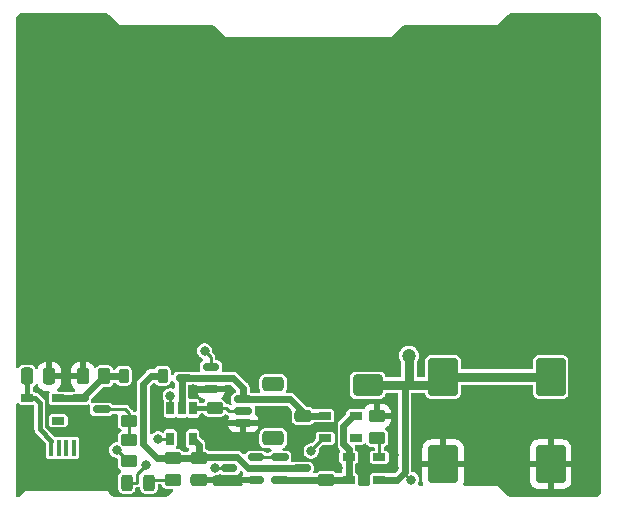
<source format=gbr>
%TF.GenerationSoftware,KiCad,Pcbnew,7.0.10*%
%TF.CreationDate,2024-04-16T16:18:53+10:00*%
%TF.ProjectId,cptibp1a-pcb,63707469-6270-4316-912d-7063622e6b69,rev?*%
%TF.SameCoordinates,Original*%
%TF.FileFunction,Copper,L1,Top*%
%TF.FilePolarity,Positive*%
%FSLAX46Y46*%
G04 Gerber Fmt 4.6, Leading zero omitted, Abs format (unit mm)*
G04 Created by KiCad (PCBNEW 7.0.10) date 2024-04-16 16:18:53*
%MOMM*%
%LPD*%
G01*
G04 APERTURE LIST*
G04 Aperture macros list*
%AMRoundRect*
0 Rectangle with rounded corners*
0 $1 Rounding radius*
0 $2 $3 $4 $5 $6 $7 $8 $9 X,Y pos of 4 corners*
0 Add a 4 corners polygon primitive as box body*
4,1,4,$2,$3,$4,$5,$6,$7,$8,$9,$2,$3,0*
0 Add four circle primitives for the rounded corners*
1,1,$1+$1,$2,$3*
1,1,$1+$1,$4,$5*
1,1,$1+$1,$6,$7*
1,1,$1+$1,$8,$9*
0 Add four rect primitives between the rounded corners*
20,1,$1+$1,$2,$3,$4,$5,0*
20,1,$1+$1,$4,$5,$6,$7,0*
20,1,$1+$1,$6,$7,$8,$9,0*
20,1,$1+$1,$8,$9,$2,$3,0*%
G04 Aperture macros list end*
%TA.AperFunction,SMDPad,CuDef*%
%ADD10RoundRect,0.250000X-0.450000X0.262500X-0.450000X-0.262500X0.450000X-0.262500X0.450000X0.262500X0*%
%TD*%
%TA.AperFunction,SMDPad,CuDef*%
%ADD11RoundRect,0.050000X-0.500000X-0.250000X0.500000X-0.250000X0.500000X0.250000X-0.500000X0.250000X0*%
%TD*%
%TA.AperFunction,SMDPad,CuDef*%
%ADD12RoundRect,0.050000X0.500000X0.250000X-0.500000X0.250000X-0.500000X-0.250000X0.500000X-0.250000X0*%
%TD*%
%TA.AperFunction,SMDPad,CuDef*%
%ADD13RoundRect,0.150000X-0.587500X-0.150000X0.587500X-0.150000X0.587500X0.150000X-0.587500X0.150000X0*%
%TD*%
%TA.AperFunction,SMDPad,CuDef*%
%ADD14RoundRect,0.250000X-1.000000X1.350000X-1.000000X-1.350000X1.000000X-1.350000X1.000000X1.350000X0*%
%TD*%
%TA.AperFunction,SMDPad,CuDef*%
%ADD15RoundRect,0.243750X-0.243750X-0.456250X0.243750X-0.456250X0.243750X0.456250X-0.243750X0.456250X0*%
%TD*%
%TA.AperFunction,SMDPad,CuDef*%
%ADD16RoundRect,0.250000X-0.475000X0.250000X-0.475000X-0.250000X0.475000X-0.250000X0.475000X0.250000X0*%
%TD*%
%TA.AperFunction,SMDPad,CuDef*%
%ADD17RoundRect,0.250000X0.450000X-0.262500X0.450000X0.262500X-0.450000X0.262500X-0.450000X-0.262500X0*%
%TD*%
%TA.AperFunction,SMDPad,CuDef*%
%ADD18RoundRect,0.250000X-0.250000X-0.475000X0.250000X-0.475000X0.250000X0.475000X-0.250000X0.475000X0*%
%TD*%
%TA.AperFunction,SMDPad,CuDef*%
%ADD19RoundRect,0.050000X-0.250000X0.500000X-0.250000X-0.500000X0.250000X-0.500000X0.250000X0.500000X0*%
%TD*%
%TA.AperFunction,SMDPad,CuDef*%
%ADD20RoundRect,0.225000X0.225000X0.375000X-0.225000X0.375000X-0.225000X-0.375000X0.225000X-0.375000X0*%
%TD*%
%TA.AperFunction,SMDPad,CuDef*%
%ADD21R,0.400000X1.350000*%
%TD*%
%TA.AperFunction,ComponentPad*%
%ADD22O,1.600000X0.800000*%
%TD*%
%TA.AperFunction,ComponentPad*%
%ADD23O,0.750000X1.550000*%
%TD*%
%TA.AperFunction,SMDPad,CuDef*%
%ADD24R,1.300000X1.550000*%
%TD*%
%TA.AperFunction,SMDPad,CuDef*%
%ADD25R,1.500000X1.550000*%
%TD*%
%TA.AperFunction,SMDPad,CuDef*%
%ADD26RoundRect,0.250000X0.475000X-0.250000X0.475000X0.250000X-0.475000X0.250000X-0.475000X-0.250000X0*%
%TD*%
%TA.AperFunction,SMDPad,CuDef*%
%ADD27RoundRect,0.250000X-0.262500X-0.450000X0.262500X-0.450000X0.262500X0.450000X-0.262500X0.450000X0*%
%TD*%
%TA.AperFunction,SMDPad,CuDef*%
%ADD28RoundRect,0.150000X-0.625000X0.150000X-0.625000X-0.150000X0.625000X-0.150000X0.625000X0.150000X0*%
%TD*%
%TA.AperFunction,SMDPad,CuDef*%
%ADD29RoundRect,0.250000X-0.650000X0.350000X-0.650000X-0.350000X0.650000X-0.350000X0.650000X0.350000X0*%
%TD*%
%TA.AperFunction,SMDPad,CuDef*%
%ADD30RoundRect,0.150000X0.512500X0.150000X-0.512500X0.150000X-0.512500X-0.150000X0.512500X-0.150000X0*%
%TD*%
%TA.AperFunction,SMDPad,CuDef*%
%ADD31RoundRect,0.250000X1.000000X0.650000X-1.000000X0.650000X-1.000000X-0.650000X1.000000X-0.650000X0*%
%TD*%
%TA.AperFunction,ViaPad*%
%ADD32C,0.800000*%
%TD*%
%TA.AperFunction,ViaPad*%
%ADD33C,1.200000*%
%TD*%
%TA.AperFunction,Conductor*%
%ADD34C,0.600000*%
%TD*%
%TA.AperFunction,Conductor*%
%ADD35C,0.400000*%
%TD*%
%TA.AperFunction,Conductor*%
%ADD36C,0.250000*%
%TD*%
%TA.AperFunction,Conductor*%
%ADD37C,0.800000*%
%TD*%
G04 APERTURE END LIST*
D10*
%TO.P,R6,1*%
%TO.N,/GND*%
X5800000Y-34637500D03*
%TO.P,R6,2*%
%TO.N,Net-(U6-~{OC})*%
X5800000Y-36462500D03*
%TD*%
D11*
%TO.P,U1,1,IN*%
%TO.N,/VBUS1*%
X-23800000Y-33100000D03*
%TO.P,U1,2,GND*%
%TO.N,/GND*%
X-23800000Y-34050000D03*
%TO.P,U1,3,~{EN}*%
X-23800000Y-35000000D03*
%TO.P,U1,4,~{FLAG}*%
%TO.N,unconnected-(U1-~{FLAG}-Pad4)*%
X-21200000Y-35000000D03*
%TO.P,U1,5,OUT*%
%TO.N,/VBUS*%
X-21200000Y-33100000D03*
%TD*%
D12*
%TO.P,U6,1,OUT*%
%TO.N,/VOUTF*%
X6000000Y-40000000D03*
%TO.P,U6,2,GND*%
%TO.N,/GND*%
X6000000Y-39050000D03*
%TO.P,U6,3,~{OC}*%
%TO.N,Net-(U6-~{OC})*%
X6000000Y-38100000D03*
%TO.P,U6,4,EN*%
%TO.N,/VOUT*%
X3400000Y-38100000D03*
%TO.P,U6,5,IN*%
X3400000Y-40000000D03*
%TD*%
D13*
%TO.P,Q2,1,G*%
%TO.N,/G*%
X-2437500Y-38100000D03*
%TO.P,Q2,2,S*%
%TO.N,/VOUT*%
X-2437500Y-40000000D03*
%TO.P,Q2,3,D*%
%TO.N,/VCC*%
X-562500Y-39050000D03*
%TD*%
D14*
%TO.P,C6,1*%
%TO.N,/VOUTF*%
X11400000Y-31300000D03*
%TO.P,C6,2*%
%TO.N,/GND*%
X11400000Y-38700000D03*
%TD*%
D15*
%TO.P,D2,1,K*%
%TO.N,/CHG*%
X-15387500Y-40250000D03*
%TO.P,D2,2,A*%
%TO.N,/LCHG*%
X-13512500Y-40250000D03*
%TD*%
D13*
%TO.P,Q1,1,G*%
%TO.N,/VBUS*%
X-19375000Y-33100000D03*
%TO.P,Q1,2,S*%
%TO.N,/GND*%
X-19375000Y-35000000D03*
%TO.P,Q1,3,D*%
%TO.N,/PROG2*%
X-17500000Y-34050000D03*
%TD*%
D16*
%TO.P,C4,1*%
%TO.N,/B+*%
X-450000Y-34600000D03*
%TO.P,C4,2*%
%TO.N,/GND*%
X-450000Y-36500000D03*
%TD*%
D10*
%TO.P,R2,1*%
%TO.N,/PROG2*%
X-15200000Y-36637500D03*
%TO.P,R2,2*%
%TO.N,/PROG*%
X-15200000Y-38462500D03*
%TD*%
D17*
%TO.P,R4,1*%
%TO.N,/LCHG*%
X-11500000Y-40012500D03*
%TO.P,R4,2*%
%TO.N,/VCC*%
X-11500000Y-38187500D03*
%TD*%
%TO.P,R5,1*%
%TO.N,/GND*%
X-7950000Y-35762500D03*
%TO.P,R5,2*%
%TO.N,/TS*%
X-7950000Y-33937500D03*
%TD*%
D18*
%TO.P,C1,1*%
%TO.N,/VBUS1*%
X-23850000Y-31250000D03*
%TO.P,C1,2*%
%TO.N,/GND*%
X-21950000Y-31250000D03*
%TD*%
D11*
%TO.P,U5,1,VDD*%
%TO.N,/B+*%
X1400000Y-34600000D03*
%TO.P,U5,2,GND*%
%TO.N,/GND*%
X1400000Y-35550000D03*
%TO.P,U5,3,EN*%
%TO.N,/EN*%
X1400000Y-36500000D03*
%TO.P,U5,4,NC*%
%TO.N,unconnected-(U5-NC-Pad4)*%
X4000000Y-36500000D03*
%TO.P,U5,5,OUT*%
%TO.N,/VOUT*%
X4000000Y-34600000D03*
%TD*%
D19*
%TO.P,U3,1,TS*%
%TO.N,/TS*%
X-9800000Y-33950000D03*
%TO.P,U3,2,VOUT*%
%TO.N,/B+*%
X-10750000Y-33950000D03*
%TO.P,U3,3,~{CHG}*%
%TO.N,/CHG*%
X-11700000Y-33950000D03*
%TO.P,U3,4,ISET*%
%TO.N,/PROG*%
X-11700000Y-36550000D03*
%TO.P,U3,5,GND*%
%TO.N,/GND*%
X-10750000Y-36550000D03*
%TO.P,U3,6,VIN*%
%TO.N,/VCC*%
X-9800000Y-36550000D03*
%TD*%
D20*
%TO.P,D1,1,K*%
%TO.N,/VCC*%
X-12350000Y-31200000D03*
%TO.P,D1,2,A*%
%TO.N,/VBUS*%
X-15650000Y-31200000D03*
%TD*%
D21*
%TO.P,J1,1,1*%
%TO.N,/VBUS1*%
X-21800000Y-37325000D03*
%TO.P,J1,2,2*%
%TO.N,unconnected-(J1-Pad2)*%
X-21150000Y-37325000D03*
%TO.P,J1,3,3*%
%TO.N,unconnected-(J1-Pad3)*%
X-20500000Y-37325000D03*
%TO.P,J1,4,4*%
%TO.N,unconnected-(J1-Pad4)*%
X-19850000Y-37325000D03*
%TO.P,J1,5,5*%
%TO.N,/GND*%
X-19200000Y-37325000D03*
D22*
%TO.P,J1,S1,SHIELD*%
X-23000000Y-37300000D03*
%TO.P,J1,S2,SHIELD__1*%
X-18000000Y-37300000D03*
D23*
%TO.P,J1,S3,SHIELD__2*%
X-24025000Y-40000000D03*
D24*
X-23400000Y-40000000D03*
D25*
%TO.P,J1,S4,SHIELD__3*%
X-21500000Y-40000000D03*
%TO.P,J1,S5,SHIELD__4*%
X-19500000Y-40000000D03*
D24*
%TO.P,J1,S6,SHIELD__5*%
X-17600000Y-40000000D03*
D23*
X-16975000Y-40000000D03*
%TD*%
D14*
%TO.P,C7,1*%
%TO.N,/VOUTF*%
X20500000Y-31300000D03*
%TO.P,C7,2*%
%TO.N,/GND*%
X20500000Y-38700000D03*
%TD*%
D26*
%TO.P,C3,1*%
%TO.N,/VOUT*%
X1500000Y-40050000D03*
%TO.P,C3,2*%
%TO.N,/GND*%
X1500000Y-38150000D03*
%TD*%
D27*
%TO.P,R1,1*%
%TO.N,/GND*%
X-19112500Y-31250000D03*
%TO.P,R1,2*%
%TO.N,/VBUS*%
X-17287500Y-31250000D03*
%TD*%
D16*
%TO.P,C2,1*%
%TO.N,/VCC*%
X-9300000Y-38150000D03*
%TO.P,C2,2*%
%TO.N,/GND*%
X-9300000Y-40050000D03*
%TD*%
D28*
%TO.P,BT1,1,Pin_1*%
%TO.N,/B+*%
X-5525000Y-33200000D03*
%TO.P,BT1,2,Pin_2*%
%TO.N,/TS*%
X-5525000Y-34200000D03*
%TO.P,BT1,3,Pin_3*%
%TO.N,/GND*%
X-5525000Y-35200000D03*
D29*
%TO.P,BT1,MP*%
%TO.N,N/C*%
X-3000000Y-31900000D03*
X-3000000Y-36500000D03*
%TD*%
D30*
%TO.P,U2,1,GND*%
%TO.N,/GND*%
X-8262500Y-32350000D03*
%TO.P,U2,2,~{RESET}*%
%TO.N,/EN*%
X-8262500Y-30450000D03*
%TO.P,U2,3,VCC*%
%TO.N,/B+*%
X-10537500Y-31400000D03*
%TD*%
D10*
%TO.P,R3,1*%
%TO.N,/GND*%
X-15200000Y-33175000D03*
%TO.P,R3,2*%
%TO.N,/PROG2*%
X-15200000Y-35000000D03*
%TD*%
D30*
%TO.P,U4,1,GND*%
%TO.N,/GND*%
X-4450000Y-40000000D03*
%TO.P,U4,2,RESET*%
%TO.N,/G*%
X-4450000Y-38100000D03*
%TO.P,U4,3,VCC*%
%TO.N,/VOUTF*%
X-6725000Y-39050000D03*
%TD*%
D31*
%TO.P,D3,1,K*%
%TO.N,/VOUTF*%
X5000000Y-32000000D03*
%TO.P,D3,2,A*%
%TO.N,/GND*%
X1000000Y-32000000D03*
%TD*%
D32*
%TO.N,/GND*%
X2700000Y-34200000D03*
X-23800000Y-35300000D03*
X-10400000Y-35300000D03*
X-12000000Y-35300000D03*
X-16800000Y-32900000D03*
X22900000Y-38700000D03*
X-9750000Y-32350000D03*
X7200000Y-39000000D03*
X2500000Y-39000000D03*
X4600000Y-39000000D03*
X-9300000Y-35300000D03*
X9200000Y-38700000D03*
X-13000000Y-34200000D03*
X18200000Y-38700000D03*
X7200000Y-37900000D03*
X-900000Y-37600000D03*
X4600000Y-37900000D03*
X400000Y-35700000D03*
X-5500000Y-36600000D03*
X13800000Y-38700000D03*
X-7150000Y-40000000D03*
X-13000000Y-33100000D03*
X-13000000Y-35300000D03*
%TO.N,/CHG*%
X-11700000Y-32900000D03*
X-13750000Y-38750000D03*
%TO.N,/PROG*%
X-16254505Y-37504505D03*
X-12750000Y-36550000D03*
%TO.N,/EN*%
X234641Y-37574142D03*
X-8800000Y-29100000D03*
%TO.N,/VOUTF*%
X-7900000Y-39000000D03*
D33*
X8500000Y-29500000D03*
D32*
X8700000Y-40000000D03*
%TD*%
D34*
%TO.N,/B+*%
X-10537500Y-31400000D02*
X-6400000Y-31400000D01*
X-5525000Y-33200000D02*
X-1550000Y-33200000D01*
X1400000Y-34600000D02*
X-450000Y-34600000D01*
X-6400000Y-31400000D02*
X-5525000Y-32275000D01*
X-10750000Y-31612500D02*
X-10537500Y-31400000D01*
X-150000Y-34600000D02*
X-1550000Y-33200000D01*
X-10750000Y-33950000D02*
X-10750000Y-31612500D01*
X-5525000Y-32275000D02*
X-5525000Y-33200000D01*
D35*
%TO.N,/TS*%
X-9800000Y-33950000D02*
X-7962500Y-33950000D01*
D36*
X-6700000Y-34200000D02*
X-5525000Y-34200000D01*
X-7950000Y-33937500D02*
X-6962500Y-33937500D01*
X-6962500Y-33937500D02*
X-6700000Y-34200000D01*
%TO.N,/GND*%
X2325000Y-37325000D02*
X2325000Y-34575000D01*
X2325000Y-34575000D02*
X2700000Y-34200000D01*
X2700000Y-34200000D02*
X2325000Y-33825000D01*
X1500000Y-38150000D02*
X2325000Y-37325000D01*
D34*
X-8262500Y-32350000D02*
X-9750000Y-32350000D01*
D36*
X2325000Y-33825000D02*
X2325000Y-33325000D01*
X2325000Y-33325000D02*
X1000000Y-32000000D01*
D35*
%TO.N,/VBUS1*%
X-22750000Y-35750000D02*
X-21800000Y-36700000D01*
X-23800000Y-33100000D02*
X-23150000Y-33100000D01*
X-22750000Y-33500000D02*
X-22750000Y-35750000D01*
X-23800000Y-33100000D02*
X-23800000Y-31300000D01*
X-23150000Y-33100000D02*
X-22750000Y-33500000D01*
D34*
%TO.N,/VCC*%
X-9387500Y-38187500D02*
X-10200000Y-38187500D01*
X-13300000Y-31200000D02*
X-14000000Y-31900000D01*
X-12350000Y-31200000D02*
X-13300000Y-31200000D01*
X-14000000Y-31900000D02*
X-14000000Y-37000000D01*
X-9300000Y-37050000D02*
X-9800000Y-36550000D01*
X-12812500Y-38187500D02*
X-11500000Y-38187500D01*
X-6035894Y-38100000D02*
X-5085894Y-39050000D01*
X-9300000Y-38150000D02*
X-9300000Y-37050000D01*
X-11500000Y-38187500D02*
X-10200000Y-38187500D01*
X-14000000Y-37000000D02*
X-12812500Y-38187500D01*
X-5085894Y-39050000D02*
X-562500Y-39050000D01*
X-9300000Y-38100000D02*
X-6035894Y-38100000D01*
%TO.N,/VBUS*%
X-21200000Y-33100000D02*
X-19375000Y-33100000D01*
X-19137500Y-33100000D02*
X-17287500Y-31250000D01*
X-17287500Y-31250000D02*
X-15700000Y-31250000D01*
D36*
%TO.N,/CHG*%
X-14500000Y-39500000D02*
X-14500000Y-40250000D01*
X-11700000Y-33950000D02*
X-11700000Y-32900000D01*
X-14500000Y-40250000D02*
X-15387500Y-40250000D01*
X-13750000Y-38750000D02*
X-14500000Y-39500000D01*
%TO.N,/LCHG*%
X-12212500Y-40000000D02*
X-13262500Y-40000000D01*
D34*
%TO.N,/VOUT*%
X2950000Y-35450000D02*
X3800000Y-34600000D01*
X3400000Y-38100000D02*
X3400000Y-37429204D01*
X3400000Y-37429204D02*
X2950000Y-36979204D01*
X2950000Y-36979204D02*
X2950000Y-35450000D01*
X3400000Y-40000000D02*
X1550000Y-40000000D01*
X-2437500Y-40000000D02*
X1450000Y-40000000D01*
X3400000Y-40000000D02*
X3400000Y-38100000D01*
D36*
%TO.N,/PROG2*%
X-17500000Y-34050000D02*
X-15500000Y-34050000D01*
X-15200000Y-35000000D02*
X-15200000Y-36637500D01*
X-15500000Y-34050000D02*
X-15200000Y-34350000D01*
X-15200000Y-34350000D02*
X-15200000Y-35000000D01*
%TO.N,/G*%
X-4450000Y-38100000D02*
X-2437500Y-38100000D01*
%TO.N,/PROG*%
X-12750000Y-36550000D02*
X-11700000Y-36550000D01*
X-15296510Y-38462500D02*
X-16254505Y-37504505D01*
%TO.N,/EN*%
X234641Y-37574142D02*
X234641Y-37465359D01*
X-8262500Y-29637500D02*
X-8262500Y-30450000D01*
X234641Y-37465359D02*
X1200000Y-36500000D01*
X-8800000Y-29100000D02*
X-8262500Y-29637500D01*
D34*
%TO.N,/VOUTF*%
X8150000Y-32325000D02*
X7825000Y-32000000D01*
X7500000Y-40000000D02*
X8150000Y-39350000D01*
D36*
X8600000Y-40000000D02*
X8150000Y-39550000D01*
D34*
X6000000Y-40000000D02*
X7500000Y-40000000D01*
D36*
X8700000Y-40000000D02*
X8600000Y-40000000D01*
D37*
X11400000Y-31300000D02*
X20500000Y-31300000D01*
D36*
X-7850000Y-39050000D02*
X-7900000Y-39000000D01*
D37*
X5000000Y-32000000D02*
X7825000Y-32000000D01*
X8500000Y-32000000D02*
X10700000Y-32000000D01*
D36*
X8150000Y-39550000D02*
X8150000Y-39350000D01*
X-6725000Y-39050000D02*
X-7850000Y-39050000D01*
D34*
X8150000Y-39350000D02*
X8150000Y-32325000D01*
D37*
X7825000Y-32000000D02*
X8500000Y-32000000D01*
X8500000Y-29500000D02*
X8500000Y-32000000D01*
D36*
%TO.N,Net-(U6-~{OC})*%
X6000000Y-38100000D02*
X6000000Y-36662500D01*
%TD*%
%TA.AperFunction,Conductor*%
%TO.N,/GND*%
G36*
X-22973209Y-31882031D02*
G01*
X-22923804Y-31931437D01*
X-22914930Y-31951860D01*
X-22884359Y-32044117D01*
X-22884356Y-32044124D01*
X-22792315Y-32193345D01*
X-22668345Y-32317315D01*
X-22519124Y-32409356D01*
X-22519119Y-32409358D01*
X-22352697Y-32464505D01*
X-22352690Y-32464506D01*
X-22249980Y-32474999D01*
X-22048917Y-32474999D01*
X-21981877Y-32494683D01*
X-21936122Y-32547487D01*
X-21926178Y-32616645D01*
X-21946616Y-32669076D01*
X-21952201Y-32677230D01*
X-21952206Y-32677235D01*
X-21997585Y-32780009D01*
X-22000500Y-32805135D01*
X-22000499Y-33394864D01*
X-22000497Y-33394879D01*
X-22000497Y-33394882D01*
X-21997586Y-33419987D01*
X-21997585Y-33419988D01*
X-21997585Y-33419991D01*
X-21952206Y-33522765D01*
X-21872765Y-33602206D01*
X-21769991Y-33647585D01*
X-21744865Y-33650500D01*
X-21300331Y-33650499D01*
X-21300328Y-33650500D01*
X-21275665Y-33650500D01*
X-19329746Y-33650500D01*
X-19329730Y-33650499D01*
X-19149043Y-33650499D01*
X-19144810Y-33650571D01*
X-19143524Y-33650614D01*
X-19080674Y-33652762D01*
X-19080666Y-33652760D01*
X-19072236Y-33651894D01*
X-19072185Y-33652383D01*
X-19056498Y-33650499D01*
X-18755983Y-33650499D01*
X-18755982Y-33650499D01*
X-18662196Y-33635646D01*
X-18648225Y-33628527D01*
X-18579559Y-33615632D01*
X-18514819Y-33641908D01*
X-18474561Y-33699014D01*
X-18471731Y-33765039D01*
X-18471620Y-33765057D01*
X-18471706Y-33765605D01*
X-18471569Y-33768820D01*
X-18473019Y-33773893D01*
X-18477352Y-33801254D01*
X-18488000Y-33868481D01*
X-18487999Y-34231518D01*
X-18473146Y-34325304D01*
X-18415550Y-34438342D01*
X-18325842Y-34528050D01*
X-18212804Y-34585646D01*
X-18212802Y-34585646D01*
X-18212801Y-34585647D01*
X-18145647Y-34596282D01*
X-18119019Y-34600500D01*
X-16880982Y-34600499D01*
X-16787196Y-34585646D01*
X-16674158Y-34528050D01*
X-16607925Y-34461817D01*
X-16546605Y-34428334D01*
X-16520246Y-34425500D01*
X-16246405Y-34425500D01*
X-16179366Y-34445185D01*
X-16133611Y-34497989D01*
X-16123667Y-34567147D01*
X-16130223Y-34592832D01*
X-16144089Y-34630011D01*
X-16144091Y-34630017D01*
X-16150500Y-34689627D01*
X-16150499Y-35310372D01*
X-16144091Y-35369983D01*
X-16093796Y-35504831D01*
X-16007546Y-35620046D01*
X-15892331Y-35706296D01*
X-15892325Y-35706297D01*
X-15885700Y-35709917D01*
X-15836294Y-35759322D01*
X-15821441Y-35827594D01*
X-15845857Y-35893059D01*
X-15885700Y-35927583D01*
X-15892333Y-35931205D01*
X-16007544Y-36017452D01*
X-16007547Y-36017455D01*
X-16093793Y-36132664D01*
X-16093797Y-36132671D01*
X-16101054Y-36152128D01*
X-16144091Y-36267517D01*
X-16150500Y-36327127D01*
X-16150499Y-36600000D01*
X-16150499Y-36730005D01*
X-16170183Y-36797044D01*
X-16222987Y-36842799D01*
X-16274499Y-36854005D01*
X-16333491Y-36854005D01*
X-16486870Y-36891808D01*
X-16626742Y-36965220D01*
X-16626743Y-36965221D01*
X-16626745Y-36965222D01*
X-16744988Y-37069975D01*
X-16834725Y-37199982D01*
X-16864800Y-37279284D01*
X-16890742Y-37347686D01*
X-16906953Y-37481201D01*
X-16909783Y-37504505D01*
X-16890742Y-37661323D01*
X-16834725Y-37809028D01*
X-16744988Y-37939035D01*
X-16626745Y-38043788D01*
X-16519514Y-38100068D01*
X-16486870Y-38117201D01*
X-16333490Y-38155005D01*
X-16274500Y-38155005D01*
X-16207461Y-38174690D01*
X-16161706Y-38227494D01*
X-16150500Y-38279005D01*
X-16150499Y-38571950D01*
X-16150499Y-38772872D01*
X-16144091Y-38832483D01*
X-16093796Y-38967331D01*
X-16007546Y-39082546D01*
X-15892331Y-39168796D01*
X-15892327Y-39168797D01*
X-15889345Y-39171030D01*
X-15847474Y-39226964D01*
X-15842490Y-39296655D01*
X-15875975Y-39357979D01*
X-15889342Y-39369561D01*
X-15984331Y-39440669D01*
X-16069503Y-39554446D01*
X-16119171Y-39687609D01*
X-16120017Y-39695476D01*
X-16125499Y-39746462D01*
X-16125499Y-39746469D01*
X-16125500Y-39746479D01*
X-16125499Y-40753520D01*
X-16119171Y-40812391D01*
X-16069503Y-40945554D01*
X-15984331Y-41059331D01*
X-15870554Y-41144503D01*
X-15737391Y-41194171D01*
X-15678521Y-41200500D01*
X-15096480Y-41200499D01*
X-15055428Y-41196086D01*
X-15037608Y-41194171D01*
X-14982352Y-41173561D01*
X-14904446Y-41144503D01*
X-14790669Y-41059331D01*
X-14705497Y-40945554D01*
X-14655829Y-40812391D01*
X-14655828Y-40812389D01*
X-14655828Y-40812387D01*
X-14649500Y-40753537D01*
X-14649500Y-40749500D01*
X-14629815Y-40682461D01*
X-14577011Y-40636706D01*
X-14525500Y-40625500D01*
X-14520655Y-40625500D01*
X-14510414Y-40625924D01*
X-14468565Y-40629392D01*
X-14468564Y-40629391D01*
X-14468563Y-40629392D01*
X-14427820Y-40619074D01*
X-14417838Y-40616981D01*
X-14394905Y-40613154D01*
X-14325544Y-40621536D01*
X-14271722Y-40666089D01*
X-14250531Y-40732667D01*
X-14250499Y-40735463D01*
X-14250499Y-40753520D01*
X-14244171Y-40812391D01*
X-14194503Y-40945554D01*
X-14109331Y-41059331D01*
X-13995554Y-41144503D01*
X-13862391Y-41194171D01*
X-13803521Y-41200500D01*
X-13221480Y-41200499D01*
X-13180428Y-41196086D01*
X-13162608Y-41194171D01*
X-13107352Y-41173561D01*
X-13029446Y-41144503D01*
X-12915669Y-41059331D01*
X-12830497Y-40945554D01*
X-12780829Y-40812391D01*
X-12780828Y-40812389D01*
X-12780828Y-40812387D01*
X-12774500Y-40753537D01*
X-12774500Y-40499500D01*
X-12754815Y-40432461D01*
X-12702011Y-40386706D01*
X-12650500Y-40375500D01*
X-12532791Y-40375500D01*
X-12465752Y-40395185D01*
X-12419997Y-40447989D01*
X-12416609Y-40456167D01*
X-12408447Y-40478050D01*
X-12393796Y-40517331D01*
X-12307546Y-40632546D01*
X-12192331Y-40718796D01*
X-12057483Y-40769091D01*
X-11997873Y-40775500D01*
X-11574859Y-40775499D01*
X-11507822Y-40795183D01*
X-11462067Y-40847987D01*
X-11452123Y-40917146D01*
X-11481148Y-40980702D01*
X-11487180Y-40987180D01*
X-11847801Y-41347801D01*
X-11859996Y-41358496D01*
X-11944157Y-41423075D01*
X-11972191Y-41439260D01*
X-12062616Y-41476715D01*
X-12093882Y-41485093D01*
X-12186024Y-41497224D01*
X-12199048Y-41498939D01*
X-12215233Y-41500000D01*
X-16284767Y-41500000D01*
X-16300951Y-41498939D01*
X-16312291Y-41497446D01*
X-16406117Y-41485093D01*
X-16437383Y-41476715D01*
X-16527808Y-41439260D01*
X-16555842Y-41423075D01*
X-16640003Y-41358496D01*
X-16652198Y-41347801D01*
X-16853547Y-41146451D01*
X-16853554Y-41146445D01*
X-16853558Y-41146441D01*
X-17000000Y-41000000D01*
X-17207107Y-41000000D01*
X-17207114Y-41000000D01*
X-23792886Y-41000000D01*
X-23792893Y-41000000D01*
X-24000000Y-41000000D01*
X-24146445Y-41146445D01*
X-24146451Y-41146450D01*
X-24402975Y-41402975D01*
X-24421765Y-41418396D01*
X-24489007Y-41463326D01*
X-24533702Y-41481840D01*
X-24596644Y-41494359D01*
X-24652960Y-41492507D01*
X-24654466Y-41492103D01*
X-24714116Y-41455721D01*
X-24742112Y-41404435D01*
X-24745774Y-41390770D01*
X-24750000Y-41358673D01*
X-24750000Y-33624333D01*
X-24730315Y-33557294D01*
X-24677511Y-33511539D01*
X-24608353Y-33501595D01*
X-24544797Y-33530620D01*
X-24538319Y-33536652D01*
X-24472765Y-33602206D01*
X-24369991Y-33647585D01*
X-24344865Y-33650500D01*
X-23324499Y-33650499D01*
X-23257461Y-33670183D01*
X-23211706Y-33722987D01*
X-23200500Y-33774499D01*
X-23200500Y-35717738D01*
X-23201279Y-35731620D01*
X-23202722Y-35744421D01*
X-23204815Y-35763000D01*
X-23205270Y-35767035D01*
X-23194635Y-35823236D01*
X-23193872Y-35827726D01*
X-23185348Y-35884287D01*
X-23185346Y-35884291D01*
X-23182830Y-35892447D01*
X-23180024Y-35900469D01*
X-23180023Y-35900472D01*
X-23153270Y-35951088D01*
X-23151248Y-35955093D01*
X-23126425Y-36006642D01*
X-23126423Y-36006643D01*
X-23126423Y-36006645D01*
X-23121616Y-36013695D01*
X-23116567Y-36020534D01*
X-23116566Y-36020538D01*
X-23076128Y-36060974D01*
X-23072962Y-36064260D01*
X-23034055Y-36106194D01*
X-23034050Y-36106196D01*
X-23026790Y-36111987D01*
X-23027313Y-36112643D01*
X-23015070Y-36122032D01*
X-22619003Y-36518100D01*
X-22286819Y-36850284D01*
X-22253334Y-36911607D01*
X-22250500Y-36937965D01*
X-22250500Y-38024674D01*
X-22235966Y-38097740D01*
X-22180601Y-38180601D01*
X-22097740Y-38235966D01*
X-22024677Y-38250499D01*
X-22024676Y-38250500D01*
X-22024674Y-38250500D01*
X-21575323Y-38250500D01*
X-21499192Y-38235356D01*
X-21450808Y-38235356D01*
X-21374676Y-38250500D01*
X-21374674Y-38250500D01*
X-20925323Y-38250500D01*
X-20849192Y-38235356D01*
X-20800808Y-38235356D01*
X-20724676Y-38250500D01*
X-20724674Y-38250500D01*
X-20275323Y-38250500D01*
X-20199192Y-38235356D01*
X-20150808Y-38235356D01*
X-20074676Y-38250500D01*
X-20074674Y-38250500D01*
X-19625324Y-38250500D01*
X-19625321Y-38250499D01*
X-19552264Y-38235967D01*
X-19552260Y-38235966D01*
X-19514472Y-38210717D01*
X-19469399Y-38180601D01*
X-19414034Y-38097740D01*
X-19414033Y-38097739D01*
X-19414032Y-38097735D01*
X-19399500Y-38024678D01*
X-19399500Y-36625321D01*
X-19414032Y-36552264D01*
X-19414033Y-36552260D01*
X-19469399Y-36469399D01*
X-19552260Y-36414033D01*
X-19552264Y-36414032D01*
X-19625323Y-36399500D01*
X-19625326Y-36399500D01*
X-20074674Y-36399500D01*
X-20150810Y-36414644D01*
X-20199190Y-36414644D01*
X-20275326Y-36399500D01*
X-20724674Y-36399500D01*
X-20800810Y-36414644D01*
X-20849190Y-36414644D01*
X-20925326Y-36399500D01*
X-21374674Y-36399500D01*
X-21374681Y-36399500D01*
X-21383675Y-36401289D01*
X-21453267Y-36395059D01*
X-21495542Y-36367352D01*
X-22263181Y-35599714D01*
X-22296666Y-35538391D01*
X-22299500Y-35512033D01*
X-22299500Y-34705135D01*
X-22000500Y-34705135D01*
X-22000499Y-35294864D01*
X-22000497Y-35294879D01*
X-22000497Y-35294882D01*
X-21997586Y-35319987D01*
X-21997585Y-35319988D01*
X-21997585Y-35319991D01*
X-21952206Y-35422765D01*
X-21872765Y-35502206D01*
X-21769991Y-35547585D01*
X-21744865Y-35550500D01*
X-20655136Y-35550499D01*
X-20655122Y-35550497D01*
X-20655117Y-35550497D01*
X-20630012Y-35547586D01*
X-20630010Y-35547585D01*
X-20630009Y-35547585D01*
X-20527235Y-35502206D01*
X-20447794Y-35422765D01*
X-20426407Y-35374328D01*
X-20402415Y-35319993D01*
X-20402415Y-35319991D01*
X-20399500Y-35294868D01*
X-20399500Y-34705143D01*
X-20399502Y-34705117D01*
X-20402413Y-34680012D01*
X-20402415Y-34680008D01*
X-20447793Y-34577235D01*
X-20527234Y-34497794D01*
X-20630007Y-34452415D01*
X-20655134Y-34449500D01*
X-21744856Y-34449500D01*
X-21744882Y-34449502D01*
X-21769987Y-34452413D01*
X-21769991Y-34452415D01*
X-21872764Y-34497793D01*
X-21872765Y-34497794D01*
X-21952206Y-34577235D01*
X-21997585Y-34680009D01*
X-22000500Y-34705135D01*
X-22299500Y-34705135D01*
X-22299500Y-33532261D01*
X-22298720Y-33518376D01*
X-22294729Y-33482964D01*
X-22305354Y-33426810D01*
X-22306131Y-33422241D01*
X-22314651Y-33365715D01*
X-22317175Y-33357532D01*
X-22319976Y-33349529D01*
X-22346689Y-33298985D01*
X-22348777Y-33294848D01*
X-22373573Y-33243358D01*
X-22378359Y-33236338D01*
X-22383435Y-33229460D01*
X-22423837Y-33189058D01*
X-22427051Y-33185722D01*
X-22465946Y-33143804D01*
X-22473208Y-33138013D01*
X-22472688Y-33137362D01*
X-22484928Y-33127967D01*
X-22808632Y-32804263D01*
X-22817895Y-32793898D01*
X-22840117Y-32766033D01*
X-22840121Y-32766030D01*
X-22887357Y-32733823D01*
X-22891132Y-32731144D01*
X-22937118Y-32697206D01*
X-22944667Y-32693216D01*
X-22952325Y-32689528D01*
X-23006967Y-32672673D01*
X-23011368Y-32671225D01*
X-23043101Y-32660122D01*
X-23049926Y-32657733D01*
X-23096654Y-32628373D01*
X-23127231Y-32597796D01*
X-23127233Y-32597795D01*
X-23127238Y-32597793D01*
X-23139249Y-32592489D01*
X-23230007Y-32552415D01*
X-23239792Y-32551280D01*
X-23304116Y-32523999D01*
X-23343480Y-32466273D01*
X-23349500Y-32428106D01*
X-23349500Y-32224749D01*
X-23329815Y-32157710D01*
X-23299810Y-32125482D01*
X-23299271Y-32125079D01*
X-23242454Y-32082546D01*
X-23156204Y-31967331D01*
X-23151562Y-31954886D01*
X-23148818Y-31947529D01*
X-23106946Y-31891596D01*
X-23041482Y-31867179D01*
X-22973209Y-31882031D01*
G37*
%TD.AperFunction*%
%TA.AperFunction,Conductor*%
G36*
X-17199047Y-501061D02*
G01*
X-17093882Y-514906D01*
X-17062616Y-523284D01*
X-16972191Y-560739D01*
X-16944157Y-576924D01*
X-16859996Y-641503D01*
X-16847809Y-652190D01*
X-16000000Y-1500000D01*
X-8215233Y-1500000D01*
X-8199047Y-1501061D01*
X-8093882Y-1514906D01*
X-8062616Y-1523284D01*
X-7972191Y-1560739D01*
X-7944157Y-1576924D01*
X-7859996Y-1641503D01*
X-7847809Y-1652190D01*
X-7000000Y-2500000D01*
X6792886Y-2500000D01*
X6792893Y-2500000D01*
X7000000Y-2500000D01*
X7847809Y-1652190D01*
X7859996Y-1641503D01*
X7944157Y-1576924D01*
X7972191Y-1560739D01*
X8062616Y-1523284D01*
X8093882Y-1514906D01*
X8199048Y-1501061D01*
X8215233Y-1500000D01*
X15793583Y-1500000D01*
X15793588Y-1500000D01*
X16000000Y-1500000D01*
X16502378Y-1000000D01*
X16852725Y-651311D01*
X16864875Y-640702D01*
X16948927Y-576469D01*
X16976889Y-560384D01*
X17067099Y-523144D01*
X17098276Y-514817D01*
X17140963Y-509214D01*
X17203139Y-501054D01*
X17219275Y-500000D01*
X24241874Y-500000D01*
X24258059Y-501061D01*
X24363223Y-514906D01*
X24394491Y-523284D01*
X24484918Y-560740D01*
X24512952Y-576925D01*
X24590602Y-636509D01*
X24613491Y-659398D01*
X24673074Y-737048D01*
X24689259Y-765081D01*
X24726715Y-855508D01*
X24735093Y-886775D01*
X24748939Y-991939D01*
X24750000Y-1008125D01*
X24750000Y-40991874D01*
X24748939Y-41008060D01*
X24735093Y-41113224D01*
X24726715Y-41144491D01*
X24689259Y-41234918D01*
X24673074Y-41262951D01*
X24613491Y-41340601D01*
X24590601Y-41363491D01*
X24512951Y-41423074D01*
X24484918Y-41439259D01*
X24394491Y-41476715D01*
X24363224Y-41485093D01*
X24269398Y-41497446D01*
X24258058Y-41498939D01*
X24241874Y-41500000D01*
X17215233Y-41500000D01*
X17199048Y-41498939D01*
X17186024Y-41497224D01*
X17093882Y-41485093D01*
X17062616Y-41476715D01*
X16972191Y-41439260D01*
X16944157Y-41423075D01*
X16859996Y-41358496D01*
X16847801Y-41347801D01*
X16146452Y-40646451D01*
X16146445Y-40646445D01*
X16000000Y-40500000D01*
X15792893Y-40500000D01*
X15792886Y-40500000D01*
X13212709Y-40500000D01*
X13145670Y-40480315D01*
X13099915Y-40427511D01*
X13089971Y-40358353D01*
X13095003Y-40336996D01*
X13139505Y-40202697D01*
X13139506Y-40202690D01*
X13149999Y-40099986D01*
X13150000Y-40099973D01*
X13150000Y-38950000D01*
X18750001Y-38950000D01*
X18750001Y-40099986D01*
X18760494Y-40202697D01*
X18815641Y-40369119D01*
X18815643Y-40369124D01*
X18907684Y-40518345D01*
X19031654Y-40642315D01*
X19180875Y-40734356D01*
X19180880Y-40734358D01*
X19347302Y-40789505D01*
X19347309Y-40789506D01*
X19450019Y-40799999D01*
X20249999Y-40799999D01*
X20250000Y-40799998D01*
X20250000Y-38950000D01*
X20750000Y-38950000D01*
X20750000Y-40799999D01*
X21549972Y-40799999D01*
X21549986Y-40799998D01*
X21652697Y-40789505D01*
X21819119Y-40734358D01*
X21819124Y-40734356D01*
X21968345Y-40642315D01*
X22092315Y-40518345D01*
X22184356Y-40369124D01*
X22184358Y-40369119D01*
X22239505Y-40202697D01*
X22239506Y-40202690D01*
X22249999Y-40099986D01*
X22250000Y-40099973D01*
X22250000Y-38950000D01*
X20750000Y-38950000D01*
X20250000Y-38950000D01*
X18750001Y-38950000D01*
X13150000Y-38950000D01*
X9650001Y-38950000D01*
X9650001Y-40099986D01*
X9660494Y-40202697D01*
X9704997Y-40336996D01*
X9707399Y-40406824D01*
X9671667Y-40466866D01*
X9609147Y-40498059D01*
X9587291Y-40500000D01*
X9381554Y-40500000D01*
X9314515Y-40480315D01*
X9268760Y-40427511D01*
X9258816Y-40358353D01*
X9277209Y-40311417D01*
X9276733Y-40311167D01*
X9279001Y-40306844D01*
X9279506Y-40305557D01*
X9280220Y-40304523D01*
X9336237Y-40156818D01*
X9355278Y-40000000D01*
X9336237Y-39843182D01*
X9280220Y-39695477D01*
X9190483Y-39565470D01*
X9072240Y-39460717D01*
X9072238Y-39460716D01*
X9072237Y-39460715D01*
X8932366Y-39387304D01*
X8794825Y-39353404D01*
X8734445Y-39318248D01*
X8702656Y-39256029D01*
X8700500Y-39233007D01*
X8700500Y-38450000D01*
X9650000Y-38450000D01*
X11150000Y-38450000D01*
X11150000Y-36600000D01*
X11650000Y-36600000D01*
X11650000Y-38450000D01*
X13149999Y-38450000D01*
X18750000Y-38450000D01*
X20250000Y-38450000D01*
X20250000Y-36600000D01*
X20750000Y-36600000D01*
X20750000Y-38450000D01*
X22249999Y-38450000D01*
X22249999Y-37300028D01*
X22249998Y-37300013D01*
X22239505Y-37197302D01*
X22184358Y-37030880D01*
X22184356Y-37030875D01*
X22092315Y-36881654D01*
X21968345Y-36757684D01*
X21819124Y-36665643D01*
X21819119Y-36665641D01*
X21652697Y-36610494D01*
X21652690Y-36610493D01*
X21549986Y-36600000D01*
X20750000Y-36600000D01*
X20250000Y-36600000D01*
X19450028Y-36600000D01*
X19450012Y-36600001D01*
X19347302Y-36610494D01*
X19180880Y-36665641D01*
X19180875Y-36665643D01*
X19031654Y-36757684D01*
X18907684Y-36881654D01*
X18815643Y-37030875D01*
X18815641Y-37030880D01*
X18760494Y-37197302D01*
X18760493Y-37197309D01*
X18750000Y-37300013D01*
X18750000Y-38450000D01*
X13149999Y-38450000D01*
X13149999Y-37300028D01*
X13149998Y-37300013D01*
X13139505Y-37197302D01*
X13084358Y-37030880D01*
X13084356Y-37030875D01*
X12992315Y-36881654D01*
X12868345Y-36757684D01*
X12719124Y-36665643D01*
X12719119Y-36665641D01*
X12552697Y-36610494D01*
X12552690Y-36610493D01*
X12449986Y-36600000D01*
X11650000Y-36600000D01*
X11150000Y-36600000D01*
X10350028Y-36600000D01*
X10350012Y-36600001D01*
X10247302Y-36610494D01*
X10080880Y-36665641D01*
X10080875Y-36665643D01*
X9931654Y-36757684D01*
X9807684Y-36881654D01*
X9715643Y-37030875D01*
X9715641Y-37030880D01*
X9660494Y-37197302D01*
X9660493Y-37197309D01*
X9650000Y-37300013D01*
X9650000Y-38450000D01*
X8700500Y-38450000D01*
X8700500Y-32774500D01*
X8720185Y-32707461D01*
X8772989Y-32661706D01*
X8824500Y-32650500D01*
X9783023Y-32650500D01*
X9850062Y-32670185D01*
X9895817Y-32722989D01*
X9903266Y-32750134D01*
X9904124Y-32749932D01*
X9905907Y-32757479D01*
X9956202Y-32892328D01*
X9956206Y-32892335D01*
X10042452Y-33007544D01*
X10042455Y-33007547D01*
X10157664Y-33093793D01*
X10157671Y-33093797D01*
X10292517Y-33144091D01*
X10292516Y-33144091D01*
X10299444Y-33144835D01*
X10352127Y-33150500D01*
X12447872Y-33150499D01*
X12507483Y-33144091D01*
X12642331Y-33093796D01*
X12757546Y-33007546D01*
X12843796Y-32892331D01*
X12894091Y-32757483D01*
X12900500Y-32697873D01*
X12900500Y-32074500D01*
X12920185Y-32007461D01*
X12972989Y-31961706D01*
X13024500Y-31950500D01*
X18875501Y-31950500D01*
X18942540Y-31970185D01*
X18988295Y-32022989D01*
X18999501Y-32074500D01*
X18999501Y-32697876D01*
X19005908Y-32757483D01*
X19056202Y-32892328D01*
X19056206Y-32892335D01*
X19142452Y-33007544D01*
X19142455Y-33007547D01*
X19257664Y-33093793D01*
X19257671Y-33093797D01*
X19392517Y-33144091D01*
X19392516Y-33144091D01*
X19399444Y-33144835D01*
X19452127Y-33150500D01*
X21547872Y-33150499D01*
X21607483Y-33144091D01*
X21742331Y-33093796D01*
X21857546Y-33007546D01*
X21943796Y-32892331D01*
X21994091Y-32757483D01*
X22000500Y-32697873D01*
X22000499Y-29902128D01*
X21994091Y-29842517D01*
X21975636Y-29793037D01*
X21943797Y-29707671D01*
X21943793Y-29707664D01*
X21857547Y-29592455D01*
X21857544Y-29592452D01*
X21742335Y-29506206D01*
X21742328Y-29506202D01*
X21607482Y-29455908D01*
X21607483Y-29455908D01*
X21547883Y-29449501D01*
X21547881Y-29449500D01*
X21547873Y-29449500D01*
X21547864Y-29449500D01*
X19452129Y-29449500D01*
X19452123Y-29449501D01*
X19392516Y-29455908D01*
X19257671Y-29506202D01*
X19257664Y-29506206D01*
X19142455Y-29592452D01*
X19142452Y-29592455D01*
X19056206Y-29707664D01*
X19056202Y-29707671D01*
X19005908Y-29842517D01*
X19001063Y-29887587D01*
X18999501Y-29902123D01*
X18999500Y-29902135D01*
X18999500Y-30525500D01*
X18979815Y-30592539D01*
X18927011Y-30638294D01*
X18875500Y-30649500D01*
X13024499Y-30649500D01*
X12957460Y-30629815D01*
X12911705Y-30577011D01*
X12900499Y-30525500D01*
X12900499Y-29902129D01*
X12900498Y-29902123D01*
X12900497Y-29902116D01*
X12894091Y-29842517D01*
X12875636Y-29793037D01*
X12843797Y-29707671D01*
X12843793Y-29707664D01*
X12757547Y-29592455D01*
X12757544Y-29592452D01*
X12642335Y-29506206D01*
X12642328Y-29506202D01*
X12507482Y-29455908D01*
X12507483Y-29455908D01*
X12447883Y-29449501D01*
X12447881Y-29449500D01*
X12447873Y-29449500D01*
X12447864Y-29449500D01*
X10352129Y-29449500D01*
X10352123Y-29449501D01*
X10292516Y-29455908D01*
X10157671Y-29506202D01*
X10157664Y-29506206D01*
X10042455Y-29592452D01*
X10042452Y-29592455D01*
X9956206Y-29707664D01*
X9956202Y-29707671D01*
X9905908Y-29842517D01*
X9901063Y-29887587D01*
X9899500Y-29902127D01*
X9899500Y-30622302D01*
X9899501Y-31225500D01*
X9879816Y-31292539D01*
X9827013Y-31338294D01*
X9775501Y-31349500D01*
X9274500Y-31349500D01*
X9207461Y-31329815D01*
X9161706Y-31277011D01*
X9150500Y-31225500D01*
X9150500Y-30096197D01*
X9170185Y-30029158D01*
X9182352Y-30013223D01*
X9191859Y-30002665D01*
X9281250Y-29847835D01*
X9336497Y-29677803D01*
X9355185Y-29500000D01*
X9336497Y-29322197D01*
X9281250Y-29152165D01*
X9191859Y-28997335D01*
X9143098Y-28943181D01*
X9072235Y-28864478D01*
X9072232Y-28864476D01*
X9072231Y-28864475D01*
X9072230Y-28864474D01*
X8927593Y-28759388D01*
X8764267Y-28686671D01*
X8764265Y-28686670D01*
X8636594Y-28659533D01*
X8589391Y-28649500D01*
X8410609Y-28649500D01*
X8379954Y-28656015D01*
X8235733Y-28686670D01*
X8235728Y-28686672D01*
X8072408Y-28759387D01*
X7927768Y-28864475D01*
X7808140Y-28997336D01*
X7718750Y-29152164D01*
X7718747Y-29152170D01*
X7663504Y-29322192D01*
X7663503Y-29322194D01*
X7644815Y-29500000D01*
X7663503Y-29677805D01*
X7663504Y-29677807D01*
X7718747Y-29847829D01*
X7718750Y-29847835D01*
X7808141Y-30002665D01*
X7817648Y-30013223D01*
X7847879Y-30076213D01*
X7849500Y-30096197D01*
X7849500Y-31225500D01*
X7829815Y-31292539D01*
X7777011Y-31338294D01*
X7725500Y-31349500D01*
X6616977Y-31349500D01*
X6549938Y-31329815D01*
X6504183Y-31277011D01*
X6496733Y-31249865D01*
X6495876Y-31250068D01*
X6494092Y-31242520D01*
X6491091Y-31234475D01*
X6443796Y-31107669D01*
X6443795Y-31107668D01*
X6443793Y-31107664D01*
X6357547Y-30992455D01*
X6357544Y-30992452D01*
X6242335Y-30906206D01*
X6242328Y-30906202D01*
X6107482Y-30855908D01*
X6107483Y-30855908D01*
X6047883Y-30849501D01*
X6047881Y-30849500D01*
X6047873Y-30849500D01*
X6047864Y-30849500D01*
X3952129Y-30849500D01*
X3952123Y-30849501D01*
X3892516Y-30855908D01*
X3757671Y-30906202D01*
X3757664Y-30906206D01*
X3642455Y-30992452D01*
X3642452Y-30992455D01*
X3556206Y-31107664D01*
X3556202Y-31107671D01*
X3505908Y-31242517D01*
X3499501Y-31302116D01*
X3499500Y-31302135D01*
X3499500Y-32697870D01*
X3499501Y-32697876D01*
X3505908Y-32757483D01*
X3556202Y-32892328D01*
X3556206Y-32892335D01*
X3642452Y-33007544D01*
X3642455Y-33007547D01*
X3757664Y-33093793D01*
X3757671Y-33093797D01*
X3892517Y-33144091D01*
X3892516Y-33144091D01*
X3899444Y-33144835D01*
X3952127Y-33150500D01*
X6047872Y-33150499D01*
X6107483Y-33144091D01*
X6242331Y-33093796D01*
X6357546Y-33007546D01*
X6443796Y-32892331D01*
X6494091Y-32757483D01*
X6494091Y-32757481D01*
X6495874Y-32749938D01*
X6498146Y-32750474D01*
X6520429Y-32696688D01*
X6577823Y-32656843D01*
X6616976Y-32650500D01*
X7475500Y-32650500D01*
X7542539Y-32670185D01*
X7588294Y-32722989D01*
X7599500Y-32774500D01*
X7599500Y-39070613D01*
X7579815Y-39137652D01*
X7563181Y-39158294D01*
X7308294Y-39413181D01*
X7246971Y-39446666D01*
X7220613Y-39449500D01*
X5455143Y-39449500D01*
X5455117Y-39449502D01*
X5430012Y-39452413D01*
X5430008Y-39452415D01*
X5327235Y-39497793D01*
X5247794Y-39577234D01*
X5202415Y-39680006D01*
X5202415Y-39680008D01*
X5199500Y-39705131D01*
X5199500Y-40294856D01*
X5199502Y-40294882D01*
X5202413Y-40319987D01*
X5202414Y-40319988D01*
X5202414Y-40319990D01*
X5202415Y-40319991D01*
X5203688Y-40322873D01*
X5205030Y-40325913D01*
X5214102Y-40395192D01*
X5184279Y-40458377D01*
X5125029Y-40495408D01*
X5091596Y-40500000D01*
X4308404Y-40500000D01*
X4241365Y-40480315D01*
X4195610Y-40427511D01*
X4185666Y-40358353D01*
X4194971Y-40325911D01*
X4196312Y-40322873D01*
X4197585Y-40319991D01*
X4200500Y-40294865D01*
X4200499Y-39705136D01*
X4198467Y-39687612D01*
X4197586Y-39680012D01*
X4197585Y-39680010D01*
X4197585Y-39680009D01*
X4152206Y-39577235D01*
X4072765Y-39497794D01*
X4033955Y-39480657D01*
X4024412Y-39476444D01*
X3971037Y-39431357D01*
X3950510Y-39364571D01*
X3950500Y-39363010D01*
X3950500Y-38736989D01*
X3970185Y-38669950D01*
X4022989Y-38624195D01*
X4024295Y-38623607D01*
X4072765Y-38602206D01*
X4152206Y-38522765D01*
X4197585Y-38419991D01*
X4200500Y-38394865D01*
X4200499Y-37805136D01*
X4200497Y-37805117D01*
X4197586Y-37780012D01*
X4197585Y-37780010D01*
X4197585Y-37780009D01*
X4152206Y-37677235D01*
X4072765Y-37597794D01*
X4029179Y-37578549D01*
X4024412Y-37576444D01*
X3971037Y-37531357D01*
X3950510Y-37464571D01*
X3950500Y-37463010D01*
X3950500Y-37440725D01*
X3950572Y-37436493D01*
X3950947Y-37425500D01*
X3952762Y-37372378D01*
X3947956Y-37352657D01*
X3943035Y-37332464D01*
X3940664Y-37319988D01*
X3937919Y-37300013D01*
X3935070Y-37279284D01*
X3927921Y-37262826D01*
X3921180Y-37242782D01*
X3916933Y-37225352D01*
X3916931Y-37225349D01*
X3916931Y-37225347D01*
X3914817Y-37219985D01*
X3908538Y-37150398D01*
X3940877Y-37088463D01*
X4001567Y-37053844D01*
X4030173Y-37050499D01*
X4544856Y-37050499D01*
X4544864Y-37050499D01*
X4544879Y-37050497D01*
X4544882Y-37050497D01*
X4569987Y-37047586D01*
X4569988Y-37047585D01*
X4569991Y-37047585D01*
X4672765Y-37002206D01*
X4720007Y-36954963D01*
X4781328Y-36921479D01*
X4851020Y-36926463D01*
X4906953Y-36968333D01*
X4970585Y-37053333D01*
X4987506Y-37075937D01*
X4992455Y-37082547D01*
X5107664Y-37168793D01*
X5107671Y-37168797D01*
X5145902Y-37183056D01*
X5242517Y-37219091D01*
X5302127Y-37225500D01*
X5500500Y-37225499D01*
X5567539Y-37245183D01*
X5613294Y-37297987D01*
X5624500Y-37349499D01*
X5624500Y-37425500D01*
X5604815Y-37492539D01*
X5552011Y-37538294D01*
X5500503Y-37549500D01*
X5455143Y-37549500D01*
X5455118Y-37549502D01*
X5430011Y-37552414D01*
X5430008Y-37552415D01*
X5327235Y-37597793D01*
X5247794Y-37677234D01*
X5202415Y-37780006D01*
X5202415Y-37780008D01*
X5199500Y-37805131D01*
X5199500Y-38394856D01*
X5199502Y-38394882D01*
X5202413Y-38419987D01*
X5202415Y-38419991D01*
X5247793Y-38522764D01*
X5247794Y-38522765D01*
X5327235Y-38602206D01*
X5430009Y-38647585D01*
X5455135Y-38650500D01*
X6544864Y-38650499D01*
X6544879Y-38650497D01*
X6544882Y-38650497D01*
X6569987Y-38647586D01*
X6569988Y-38647585D01*
X6569991Y-38647585D01*
X6672765Y-38602206D01*
X6752206Y-38522765D01*
X6797585Y-38419991D01*
X6800500Y-38394865D01*
X6800499Y-37805136D01*
X6800497Y-37805117D01*
X6797586Y-37780012D01*
X6797585Y-37780010D01*
X6797585Y-37780009D01*
X6752206Y-37677235D01*
X6672765Y-37597794D01*
X6655854Y-37590327D01*
X6569992Y-37552415D01*
X6544868Y-37549500D01*
X6544865Y-37549500D01*
X6499500Y-37549500D01*
X6432461Y-37529815D01*
X6386706Y-37477011D01*
X6375500Y-37425500D01*
X6375500Y-37298466D01*
X6395185Y-37231427D01*
X6447989Y-37185672D01*
X6456156Y-37182288D01*
X6492331Y-37168796D01*
X6607546Y-37082546D01*
X6693796Y-36967331D01*
X6744091Y-36832483D01*
X6750500Y-36772873D01*
X6750499Y-36152128D01*
X6744091Y-36092517D01*
X6738391Y-36077235D01*
X6693797Y-35957671D01*
X6693793Y-35957664D01*
X6607547Y-35842455D01*
X6587695Y-35827594D01*
X6546157Y-35796498D01*
X6504287Y-35740564D01*
X6499303Y-35670872D01*
X6532789Y-35609550D01*
X6563090Y-35588335D01*
X6562975Y-35588149D01*
X6566189Y-35586166D01*
X6568081Y-35584842D01*
X6569126Y-35584354D01*
X6718345Y-35492315D01*
X6842315Y-35368345D01*
X6934356Y-35219124D01*
X6934358Y-35219119D01*
X6989505Y-35052697D01*
X6989506Y-35052690D01*
X6999999Y-34949986D01*
X7000000Y-34949973D01*
X7000000Y-34887500D01*
X5674000Y-34887500D01*
X5606961Y-34867815D01*
X5561206Y-34815011D01*
X5550000Y-34763500D01*
X5550000Y-33625000D01*
X6050000Y-33625000D01*
X6050000Y-34387500D01*
X6999999Y-34387500D01*
X6999999Y-34325028D01*
X6999998Y-34325013D01*
X6989505Y-34222302D01*
X6934358Y-34055880D01*
X6934356Y-34055875D01*
X6842315Y-33906654D01*
X6718345Y-33782684D01*
X6569124Y-33690643D01*
X6569119Y-33690641D01*
X6402697Y-33635494D01*
X6402690Y-33635493D01*
X6299986Y-33625000D01*
X6050000Y-33625000D01*
X5550000Y-33625000D01*
X5300029Y-33625000D01*
X5300012Y-33625001D01*
X5197302Y-33635494D01*
X5030880Y-33690641D01*
X5030875Y-33690643D01*
X4881654Y-33782684D01*
X4757683Y-33906655D01*
X4757680Y-33906659D01*
X4702383Y-33996310D01*
X4650435Y-34043035D01*
X4581473Y-34054256D01*
X4575218Y-34053021D01*
X4544868Y-34049500D01*
X4544865Y-34049500D01*
X3811569Y-34049500D01*
X3807338Y-34049428D01*
X3768564Y-34048104D01*
X3743174Y-34047237D01*
X3743173Y-34047237D01*
X3734737Y-34048104D01*
X3734686Y-34047616D01*
X3718997Y-34049500D01*
X3455143Y-34049500D01*
X3455117Y-34049502D01*
X3430012Y-34052413D01*
X3430008Y-34052415D01*
X3327235Y-34097793D01*
X3247794Y-34177234D01*
X3202415Y-34280006D01*
X3202415Y-34280008D01*
X3199500Y-34305131D01*
X3199500Y-34370612D01*
X3179815Y-34437651D01*
X3163181Y-34458293D01*
X2568894Y-35052579D01*
X2565852Y-35055519D01*
X2518958Y-35099316D01*
X2497606Y-35134427D01*
X2490470Y-35144911D01*
X2480304Y-35158319D01*
X2465639Y-35177658D01*
X2465636Y-35177663D01*
X2459055Y-35194352D01*
X2449653Y-35213283D01*
X2440327Y-35228619D01*
X2429242Y-35268181D01*
X2425198Y-35280208D01*
X2410122Y-35318440D01*
X2408288Y-35336284D01*
X2404342Y-35357048D01*
X2399501Y-35374328D01*
X2399500Y-35374337D01*
X2399500Y-35415418D01*
X2398850Y-35428098D01*
X2394648Y-35468970D01*
X2394648Y-35468975D01*
X2397697Y-35486656D01*
X2399500Y-35507724D01*
X2399500Y-36049479D01*
X2379815Y-36116518D01*
X2327011Y-36162273D01*
X2257853Y-36172217D01*
X2194297Y-36143192D01*
X2162066Y-36099566D01*
X2159302Y-36093307D01*
X2152206Y-36077235D01*
X2072765Y-35997794D01*
X2060587Y-35992417D01*
X1969992Y-35952415D01*
X1944865Y-35949500D01*
X855143Y-35949500D01*
X855117Y-35949502D01*
X830012Y-35952413D01*
X830008Y-35952415D01*
X727235Y-35997793D01*
X647794Y-36077234D01*
X602415Y-36180006D01*
X602415Y-36180008D01*
X599500Y-36205131D01*
X599500Y-36518100D01*
X579815Y-36585139D01*
X563181Y-36605781D01*
X281639Y-36887323D01*
X220316Y-36920808D01*
X193958Y-36923642D01*
X155655Y-36923642D01*
X2275Y-36961445D01*
X-137596Y-37034857D01*
X-137597Y-37034858D01*
X-137599Y-37034859D01*
X-255842Y-37139612D01*
X-345579Y-37269619D01*
X-376253Y-37350499D01*
X-401596Y-37417323D01*
X-416789Y-37542454D01*
X-420637Y-37574142D01*
X-401596Y-37730960D01*
X-345579Y-37878665D01*
X-255842Y-38008672D01*
X-137599Y-38113425D01*
X-64499Y-38151791D01*
X2275Y-38186838D01*
X155655Y-38224642D01*
X155656Y-38224642D01*
X313626Y-38224642D01*
X467006Y-38186838D01*
X490152Y-38174690D01*
X606881Y-38113425D01*
X725124Y-38008672D01*
X814861Y-37878665D01*
X870878Y-37730960D01*
X889919Y-37574142D01*
X871965Y-37426280D01*
X883425Y-37357360D01*
X907374Y-37323661D01*
X1144220Y-37086815D01*
X1205542Y-37053333D01*
X1231900Y-37050499D01*
X1944856Y-37050499D01*
X1944864Y-37050499D01*
X1944879Y-37050497D01*
X1944882Y-37050497D01*
X1969987Y-37047586D01*
X1969988Y-37047585D01*
X1969991Y-37047585D01*
X2072765Y-37002206D01*
X2152206Y-36922765D01*
X2162067Y-36900431D01*
X2207151Y-36847058D01*
X2273937Y-36826530D01*
X2341219Y-36845368D01*
X2387636Y-36897591D01*
X2399500Y-36950520D01*
X2399500Y-36967681D01*
X2399428Y-36971913D01*
X2397238Y-37036033D01*
X2406963Y-37075937D01*
X2409334Y-37088412D01*
X2414930Y-37129124D01*
X2422079Y-37145583D01*
X2428819Y-37165624D01*
X2433067Y-37183056D01*
X2433067Y-37183057D01*
X2453206Y-37218875D01*
X2458846Y-37230229D01*
X2464295Y-37242773D01*
X2475221Y-37267927D01*
X2486541Y-37281840D01*
X2498439Y-37299321D01*
X2507234Y-37314964D01*
X2507236Y-37314965D01*
X2536284Y-37344013D01*
X2544792Y-37353440D01*
X2570719Y-37385309D01*
X2570722Y-37385312D01*
X2585381Y-37395659D01*
X2601552Y-37409281D01*
X2670968Y-37478697D01*
X2704453Y-37540020D01*
X2699469Y-37609712D01*
X2670971Y-37654056D01*
X2647795Y-37677232D01*
X2647794Y-37677234D01*
X2602415Y-37780006D01*
X2602415Y-37780008D01*
X2599500Y-37805131D01*
X2599500Y-38394856D01*
X2599502Y-38394882D01*
X2602413Y-38419987D01*
X2602415Y-38419991D01*
X2647793Y-38522764D01*
X2647794Y-38522765D01*
X2727235Y-38602206D01*
X2775588Y-38623556D01*
X2828962Y-38668640D01*
X2849490Y-38735426D01*
X2849500Y-38736989D01*
X2849500Y-39325500D01*
X2829815Y-39392539D01*
X2777011Y-39438294D01*
X2725500Y-39449500D01*
X2383231Y-39449500D01*
X2316192Y-39429815D01*
X2308920Y-39424767D01*
X2217331Y-39356204D01*
X2217328Y-39356202D01*
X2082482Y-39305908D01*
X2082483Y-39305908D01*
X2022883Y-39299501D01*
X2022881Y-39299500D01*
X2022873Y-39299500D01*
X2022864Y-39299500D01*
X977129Y-39299500D01*
X977123Y-39299501D01*
X917516Y-39305908D01*
X782671Y-39356202D01*
X782668Y-39356204D01*
X691080Y-39424767D01*
X625615Y-39449184D01*
X616769Y-39449500D01*
X536161Y-39449500D01*
X469122Y-39429815D01*
X423367Y-39377011D01*
X413423Y-39307853D01*
X413688Y-39306102D01*
X425499Y-39231524D01*
X425500Y-39231519D01*
X425499Y-38868482D01*
X410646Y-38774696D01*
X353050Y-38661658D01*
X353046Y-38661654D01*
X353045Y-38661652D01*
X263347Y-38571954D01*
X263344Y-38571952D01*
X263342Y-38571950D01*
X186517Y-38532805D01*
X150301Y-38514352D01*
X56524Y-38499500D01*
X56519Y-38499500D01*
X-486833Y-38499500D01*
X-486835Y-38499500D01*
X-1338839Y-38499500D01*
X-1405878Y-38479815D01*
X-1451633Y-38427011D01*
X-1461577Y-38357853D01*
X-1461312Y-38356102D01*
X-1449500Y-38281524D01*
X-1449500Y-37918482D01*
X-1464354Y-37824697D01*
X-1464353Y-37824697D01*
X-1464354Y-37824696D01*
X-1521950Y-37711658D01*
X-1521951Y-37711657D01*
X-1521954Y-37711652D01*
X-1611652Y-37621954D01*
X-1611657Y-37621951D01*
X-1611658Y-37621950D01*
X-1649337Y-37602751D01*
X-1724698Y-37564352D01*
X-1818476Y-37549500D01*
X-2105952Y-37549500D01*
X-2172991Y-37529815D01*
X-2218746Y-37477011D01*
X-2228690Y-37407853D01*
X-2199665Y-37344297D01*
X-2149285Y-37309318D01*
X-2107671Y-37293797D01*
X-2107664Y-37293793D01*
X-1992455Y-37207547D01*
X-1992452Y-37207544D01*
X-1906206Y-37092335D01*
X-1906202Y-37092328D01*
X-1855908Y-36957482D01*
X-1849501Y-36897883D01*
X-1849500Y-36897881D01*
X-1849500Y-36897873D01*
X-1849500Y-36518100D01*
X-1849500Y-36102129D01*
X-1849501Y-36102123D01*
X-1855908Y-36042516D01*
X-1906202Y-35907671D01*
X-1906206Y-35907664D01*
X-1992452Y-35792455D01*
X-1992455Y-35792452D01*
X-2107664Y-35706206D01*
X-2107671Y-35706202D01*
X-2242517Y-35655908D01*
X-2242516Y-35655908D01*
X-2302116Y-35649501D01*
X-2302119Y-35649500D01*
X-2302127Y-35649500D01*
X-2302134Y-35649500D01*
X-2302135Y-35649500D01*
X-3697870Y-35649500D01*
X-3697876Y-35649501D01*
X-3757483Y-35655908D01*
X-3892328Y-35706202D01*
X-3892335Y-35706206D01*
X-4007544Y-35792452D01*
X-4007547Y-35792455D01*
X-4093793Y-35907664D01*
X-4093797Y-35907671D01*
X-4135893Y-36020537D01*
X-4144091Y-36042517D01*
X-4150500Y-36102127D01*
X-4150499Y-36897872D01*
X-4144091Y-36957483D01*
X-4093796Y-37092331D01*
X-4007546Y-37207546D01*
X-3892331Y-37293796D01*
X-3848827Y-37310021D01*
X-3792895Y-37351890D01*
X-3784718Y-37373810D01*
X-3764958Y-37358118D01*
X-3705068Y-37349726D01*
X-3697873Y-37350500D01*
X-3247084Y-37350499D01*
X-3180048Y-37370183D01*
X-3134293Y-37422987D01*
X-3124349Y-37492146D01*
X-3153374Y-37555702D01*
X-3190792Y-37584983D01*
X-3263338Y-37621947D01*
X-3263341Y-37621949D01*
X-3263342Y-37621950D01*
X-3329574Y-37688182D01*
X-3390895Y-37721666D01*
X-3417254Y-37724500D01*
X-3545246Y-37724500D01*
X-3612285Y-37704815D01*
X-3632922Y-37688185D01*
X-3680642Y-37640466D01*
X-3699156Y-37621951D01*
X-3699159Y-37621949D01*
X-3774621Y-37583499D01*
X-3825416Y-37535525D01*
X-3826965Y-37529267D01*
X-3832732Y-37535034D01*
X-3901004Y-37549887D01*
X-3901873Y-37549822D01*
X-3905971Y-37549500D01*
X-4994017Y-37549500D01*
X-5061082Y-37560122D01*
X-5087804Y-37564354D01*
X-5200842Y-37621950D01*
X-5200844Y-37621952D01*
X-5200847Y-37621954D01*
X-5290545Y-37711652D01*
X-5290546Y-37711654D01*
X-5290550Y-37711658D01*
X-5332948Y-37794869D01*
X-5380922Y-37845664D01*
X-5448743Y-37862459D01*
X-5514878Y-37839922D01*
X-5531113Y-37826254D01*
X-5638473Y-37718894D01*
X-5641413Y-37715852D01*
X-5685210Y-37668958D01*
X-5720321Y-37647606D01*
X-5730805Y-37640470D01*
X-5763552Y-37615639D01*
X-5763557Y-37615636D01*
X-5780246Y-37609055D01*
X-5799177Y-37599653D01*
X-5802236Y-37597793D01*
X-5805816Y-37595615D01*
X-5814513Y-37590327D01*
X-5854075Y-37579242D01*
X-5866102Y-37575198D01*
X-5904334Y-37560122D01*
X-5922178Y-37558288D01*
X-5942942Y-37554342D01*
X-5960222Y-37549501D01*
X-5960227Y-37549500D01*
X-5960229Y-37549500D01*
X-5960231Y-37549500D01*
X-6001312Y-37549500D01*
X-6013992Y-37548850D01*
X-6054864Y-37544648D01*
X-6054869Y-37544648D01*
X-6072550Y-37547697D01*
X-6093618Y-37549500D01*
X-8416769Y-37549500D01*
X-8483808Y-37529815D01*
X-8491080Y-37524767D01*
X-8582668Y-37456204D01*
X-8582669Y-37456203D01*
X-8668834Y-37424066D01*
X-8724767Y-37382194D01*
X-8749184Y-37316730D01*
X-8749500Y-37307884D01*
X-8749500Y-37061521D01*
X-8749428Y-37057289D01*
X-8749097Y-37047585D01*
X-8747238Y-36993174D01*
X-8747238Y-36993173D01*
X-8747238Y-36993171D01*
X-8756965Y-36953255D01*
X-8759335Y-36940784D01*
X-8764930Y-36900079D01*
X-8772081Y-36883616D01*
X-8778820Y-36863575D01*
X-8783066Y-36846150D01*
X-8783069Y-36846143D01*
X-8803203Y-36810334D01*
X-8808849Y-36798967D01*
X-8825220Y-36761279D01*
X-8825221Y-36761276D01*
X-8836546Y-36747356D01*
X-8848436Y-36729886D01*
X-8857233Y-36714241D01*
X-8857235Y-36714239D01*
X-8886294Y-36685178D01*
X-8894795Y-36675758D01*
X-8920717Y-36643896D01*
X-8920722Y-36643891D01*
X-8935383Y-36633542D01*
X-8951550Y-36619923D01*
X-9213181Y-36358292D01*
X-9246666Y-36296969D01*
X-9249500Y-36270611D01*
X-9249500Y-36005143D01*
X-9249502Y-36005117D01*
X-9252413Y-35980012D01*
X-9252415Y-35980008D01*
X-9297793Y-35877235D01*
X-9377234Y-35797794D01*
X-9480007Y-35752415D01*
X-9505134Y-35749500D01*
X-10094856Y-35749500D01*
X-10094882Y-35749502D01*
X-10119987Y-35752413D01*
X-10119991Y-35752415D01*
X-10222764Y-35797793D01*
X-10222765Y-35797794D01*
X-10302206Y-35877235D01*
X-10328729Y-35937304D01*
X-10336610Y-35955154D01*
X-10347585Y-35980009D01*
X-10350500Y-36005135D01*
X-10350499Y-36296969D01*
X-10350499Y-36538462D01*
X-10350571Y-36542695D01*
X-10352762Y-36606826D01*
X-10352761Y-36606829D01*
X-10351894Y-36615269D01*
X-10352383Y-36615319D01*
X-10350499Y-36631005D01*
X-10350499Y-37094864D01*
X-10350497Y-37094879D01*
X-10350497Y-37094882D01*
X-10347586Y-37119987D01*
X-10347585Y-37119988D01*
X-10347585Y-37119991D01*
X-10302206Y-37222765D01*
X-10222765Y-37302206D01*
X-10158105Y-37330755D01*
X-10104732Y-37375838D01*
X-10084204Y-37442624D01*
X-10103041Y-37509907D01*
X-10126755Y-37535702D01*
X-10126275Y-37536183D01*
X-10132544Y-37542452D01*
X-10132544Y-37542453D01*
X-10132546Y-37542454D01*
X-10141445Y-37554342D01*
X-10166127Y-37587312D01*
X-10222061Y-37629182D01*
X-10265393Y-37637000D01*
X-10578323Y-37637000D01*
X-10645362Y-37617315D01*
X-10677590Y-37587310D01*
X-10692454Y-37567453D01*
X-10692455Y-37567452D01*
X-10807664Y-37481206D01*
X-10807671Y-37481202D01*
X-10942517Y-37430908D01*
X-10942516Y-37430908D01*
X-11002116Y-37424501D01*
X-11002119Y-37424500D01*
X-11002127Y-37424500D01*
X-11002134Y-37424500D01*
X-11002135Y-37424500D01*
X-11100740Y-37424500D01*
X-11167779Y-37404815D01*
X-11213534Y-37352011D01*
X-11223478Y-37282853D01*
X-11203042Y-37230426D01*
X-11197796Y-37222767D01*
X-11197794Y-37222765D01*
X-11180261Y-37183056D01*
X-11152415Y-37119993D01*
X-11152415Y-37119991D01*
X-11149500Y-37094868D01*
X-11149500Y-36005143D01*
X-11149502Y-36005117D01*
X-11152413Y-35980012D01*
X-11152415Y-35980008D01*
X-11197793Y-35877235D01*
X-11277234Y-35797794D01*
X-11380007Y-35752415D01*
X-11405134Y-35749500D01*
X-11994856Y-35749500D01*
X-11994882Y-35749502D01*
X-12019987Y-35752413D01*
X-12019991Y-35752415D01*
X-12122764Y-35797793D01*
X-12202206Y-35877235D01*
X-12229496Y-35939041D01*
X-12274581Y-35992417D01*
X-12341368Y-36012945D01*
X-12400555Y-35998752D01*
X-12517635Y-35937303D01*
X-12671014Y-35899500D01*
X-12671015Y-35899500D01*
X-12828985Y-35899500D01*
X-12828986Y-35899500D01*
X-12982365Y-35937303D01*
X-13122237Y-36010715D01*
X-13122238Y-36010716D01*
X-13122240Y-36010717D01*
X-13236551Y-36111987D01*
X-13243273Y-36117942D01*
X-13306507Y-36147663D01*
X-13375770Y-36138479D01*
X-13429073Y-36093307D01*
X-13449493Y-36026487D01*
X-13449500Y-36025126D01*
X-13449500Y-35450000D01*
X-6797295Y-35450000D01*
X-6797295Y-35450001D01*
X-6797100Y-35452486D01*
X-6751281Y-35610198D01*
X-6667685Y-35751552D01*
X-6667678Y-35751561D01*
X-6551561Y-35867678D01*
X-6551552Y-35867685D01*
X-6410196Y-35951282D01*
X-6410193Y-35951283D01*
X-6252495Y-35997099D01*
X-6252489Y-35997100D01*
X-6215649Y-35999999D01*
X-6215634Y-36000000D01*
X-5775000Y-36000000D01*
X-5775000Y-35450000D01*
X-5275000Y-35450000D01*
X-5275000Y-36000000D01*
X-4834366Y-36000000D01*
X-4834350Y-35999999D01*
X-4797510Y-35997100D01*
X-4797504Y-35997099D01*
X-4639806Y-35951283D01*
X-4639803Y-35951282D01*
X-4498447Y-35867685D01*
X-4498438Y-35867678D01*
X-4382321Y-35751561D01*
X-4382314Y-35751552D01*
X-4298718Y-35610198D01*
X-4252899Y-35452486D01*
X-4252704Y-35450001D01*
X-4252705Y-35450000D01*
X-5275000Y-35450000D01*
X-5775000Y-35450000D01*
X-6797295Y-35450000D01*
X-13449500Y-35450000D01*
X-13449500Y-32179386D01*
X-13429815Y-32112347D01*
X-13413181Y-32091705D01*
X-13153503Y-31832027D01*
X-13092180Y-31798542D01*
X-13022488Y-31803526D01*
X-12966556Y-31845396D01*
X-12914687Y-31914687D01*
X-12805226Y-31996628D01*
X-12677114Y-32044412D01*
X-12620485Y-32050500D01*
X-12079516Y-32050499D01*
X-12040025Y-32046254D01*
X-12022885Y-32044412D01*
X-11965450Y-32022989D01*
X-11894774Y-31996628D01*
X-11785313Y-31914687D01*
X-11703372Y-31805226D01*
X-11697076Y-31788346D01*
X-11660830Y-31691169D01*
X-11618959Y-31635236D01*
X-11553494Y-31610820D01*
X-11485221Y-31625672D01*
X-11435816Y-31675078D01*
X-11434202Y-31678136D01*
X-11378050Y-31788342D01*
X-11378046Y-31788346D01*
X-11336820Y-31829572D01*
X-11303334Y-31890895D01*
X-11300500Y-31917254D01*
X-11300500Y-32171044D01*
X-11320185Y-32238083D01*
X-11372989Y-32283838D01*
X-11442147Y-32293782D01*
X-11460347Y-32289084D01*
X-11460351Y-32289099D01*
X-11621014Y-32249500D01*
X-11621015Y-32249500D01*
X-11778985Y-32249500D01*
X-11778986Y-32249500D01*
X-11932365Y-32287303D01*
X-12072237Y-32360715D01*
X-12072238Y-32360716D01*
X-12072240Y-32360717D01*
X-12190483Y-32465470D01*
X-12280220Y-32595477D01*
X-12310454Y-32675198D01*
X-12336237Y-32743181D01*
X-12354346Y-32892328D01*
X-12355278Y-32900000D01*
X-12336237Y-33056818D01*
X-12280220Y-33204523D01*
X-12253414Y-33243358D01*
X-12252461Y-33244738D01*
X-12230577Y-33311092D01*
X-12241075Y-33365264D01*
X-12241273Y-33365713D01*
X-12247585Y-33380009D01*
X-12250500Y-33405135D01*
X-12250499Y-34494864D01*
X-12250497Y-34494879D01*
X-12250497Y-34494882D01*
X-12247586Y-34519987D01*
X-12247585Y-34519988D01*
X-12247585Y-34519991D01*
X-12202206Y-34622765D01*
X-12122765Y-34702206D01*
X-12019991Y-34747585D01*
X-11994865Y-34750500D01*
X-11405136Y-34750499D01*
X-11405122Y-34750497D01*
X-11405117Y-34750497D01*
X-11380012Y-34747586D01*
X-11380008Y-34747585D01*
X-11275086Y-34701257D01*
X-11205808Y-34692185D01*
X-11174913Y-34701257D01*
X-11172766Y-34702204D01*
X-11172765Y-34702206D01*
X-11069991Y-34747585D01*
X-11044865Y-34750500D01*
X-10455136Y-34750499D01*
X-10455122Y-34750497D01*
X-10455117Y-34750497D01*
X-10430012Y-34747586D01*
X-10430008Y-34747585D01*
X-10325086Y-34701257D01*
X-10255808Y-34692185D01*
X-10224913Y-34701257D01*
X-10222766Y-34702204D01*
X-10222765Y-34702206D01*
X-10119991Y-34747585D01*
X-10094865Y-34750500D01*
X-9505136Y-34750499D01*
X-9505122Y-34750497D01*
X-9505117Y-34750497D01*
X-9480012Y-34747586D01*
X-9480010Y-34747585D01*
X-9480009Y-34747585D01*
X-9377235Y-34702206D01*
X-9297794Y-34622765D01*
X-9287963Y-34600500D01*
X-9252415Y-34519993D01*
X-9252415Y-34519991D01*
X-9251280Y-34510208D01*
X-9223999Y-34445884D01*
X-9166273Y-34406520D01*
X-9128106Y-34400500D01*
X-8937180Y-34400500D01*
X-8870141Y-34420185D01*
X-8837914Y-34450187D01*
X-8757546Y-34557546D01*
X-8642331Y-34643796D01*
X-8507483Y-34694091D01*
X-8447873Y-34700500D01*
X-7452128Y-34700499D01*
X-7403757Y-34695299D01*
X-7392516Y-34694091D01*
X-7257671Y-34643797D01*
X-7257664Y-34643793D01*
X-7179991Y-34585646D01*
X-7142454Y-34557546D01*
X-7111650Y-34516397D01*
X-7055718Y-34474528D01*
X-6986026Y-34469544D01*
X-6940338Y-34489788D01*
X-6926585Y-34499607D01*
X-6922534Y-34502627D01*
X-6881189Y-34534809D01*
X-6881181Y-34534811D01*
X-6874280Y-34538547D01*
X-6867207Y-34542003D01*
X-6867199Y-34542010D01*
X-6816995Y-34556955D01*
X-6812240Y-34558478D01*
X-6791784Y-34565501D01*
X-6734773Y-34605883D01*
X-6708643Y-34670683D01*
X-6721693Y-34739323D01*
X-6725319Y-34745901D01*
X-6751281Y-34789801D01*
X-6797100Y-34947513D01*
X-6797295Y-34949998D01*
X-6797295Y-34950000D01*
X-4252705Y-34950000D01*
X-4252704Y-34949998D01*
X-4252899Y-34947513D01*
X-4298718Y-34789801D01*
X-4382314Y-34648447D01*
X-4382321Y-34648438D01*
X-4475297Y-34555463D01*
X-4508782Y-34494140D01*
X-4510089Y-34448385D01*
X-4499500Y-34381525D01*
X-4499500Y-34018482D01*
X-4514354Y-33924694D01*
X-4517369Y-33915418D01*
X-4514321Y-33914427D01*
X-4524142Y-33862117D01*
X-4497861Y-33797378D01*
X-4440752Y-33757125D01*
X-4400762Y-33750500D01*
X-1829387Y-33750500D01*
X-1762348Y-33770185D01*
X-1741710Y-33786814D01*
X-1439284Y-34089239D01*
X-1405802Y-34150559D01*
X-1410786Y-34220250D01*
X-1419091Y-34242517D01*
X-1425500Y-34302127D01*
X-1425499Y-34897872D01*
X-1419091Y-34957483D01*
X-1368796Y-35092331D01*
X-1282546Y-35207546D01*
X-1167331Y-35293796D01*
X-1032483Y-35344091D01*
X-972873Y-35350500D01*
X72872Y-35350499D01*
X132483Y-35344091D01*
X267331Y-35293796D01*
X382546Y-35207546D01*
X388052Y-35200191D01*
X443985Y-35158319D01*
X487320Y-35150500D01*
X1447648Y-35150500D01*
X1447660Y-35150499D01*
X1944856Y-35150499D01*
X1944864Y-35150499D01*
X1944879Y-35150497D01*
X1944882Y-35150497D01*
X1969987Y-35147586D01*
X1969988Y-35147585D01*
X1969991Y-35147585D01*
X2072765Y-35102206D01*
X2152206Y-35022765D01*
X2197585Y-34919991D01*
X2200500Y-34894865D01*
X2200499Y-34305136D01*
X2200150Y-34302127D01*
X2197586Y-34280012D01*
X2197585Y-34280010D01*
X2197585Y-34280009D01*
X2152206Y-34177235D01*
X2072765Y-34097794D01*
X1977839Y-34055880D01*
X1969992Y-34052415D01*
X1944868Y-34049500D01*
X1944865Y-34049500D01*
X1475666Y-34049500D01*
X1475665Y-34049500D01*
X487320Y-34049500D01*
X420281Y-34029815D01*
X388052Y-33999809D01*
X382548Y-33992457D01*
X382546Y-33992454D01*
X382542Y-33992451D01*
X267335Y-33906206D01*
X267328Y-33906202D01*
X132482Y-33855908D01*
X132483Y-33855908D01*
X72883Y-33849501D01*
X72881Y-33849500D01*
X72873Y-33849500D01*
X72865Y-33849500D01*
X-70612Y-33849500D01*
X-137651Y-33829815D01*
X-158293Y-33813181D01*
X-1152579Y-32818894D01*
X-1155519Y-32815852D01*
X-1199316Y-32768958D01*
X-1234427Y-32747606D01*
X-1244911Y-32740470D01*
X-1277658Y-32715639D01*
X-1277663Y-32715636D01*
X-1294352Y-32709055D01*
X-1313283Y-32699653D01*
X-1316194Y-32697883D01*
X-1321971Y-32694370D01*
X-1328619Y-32690327D01*
X-1368181Y-32679242D01*
X-1380208Y-32675198D01*
X-1418440Y-32660122D01*
X-1436284Y-32658288D01*
X-1457048Y-32654342D01*
X-1474328Y-32649501D01*
X-1474333Y-32649500D01*
X-1474335Y-32649500D01*
X-1474337Y-32649500D01*
X-1515418Y-32649500D01*
X-1528098Y-32648850D01*
X-1568970Y-32644648D01*
X-1568975Y-32644648D01*
X-1586656Y-32647697D01*
X-1607724Y-32649500D01*
X-1786231Y-32649500D01*
X-1853270Y-32629815D01*
X-1899025Y-32577011D01*
X-1908969Y-32507853D01*
X-1902413Y-32482167D01*
X-1855908Y-32357482D01*
X-1849501Y-32297883D01*
X-1849500Y-32297881D01*
X-1849500Y-32297873D01*
X-1849500Y-31900758D01*
X-1849500Y-31502129D01*
X-1849501Y-31502123D01*
X-1855908Y-31442516D01*
X-1906202Y-31307671D01*
X-1906206Y-31307664D01*
X-1992452Y-31192455D01*
X-1992455Y-31192452D01*
X-2107664Y-31106206D01*
X-2107671Y-31106202D01*
X-2242517Y-31055908D01*
X-2242516Y-31055908D01*
X-2302116Y-31049501D01*
X-2302119Y-31049500D01*
X-2302127Y-31049500D01*
X-2302134Y-31049500D01*
X-2302135Y-31049500D01*
X-3697870Y-31049500D01*
X-3697876Y-31049501D01*
X-3757483Y-31055908D01*
X-3892328Y-31106202D01*
X-3892335Y-31106206D01*
X-4007544Y-31192452D01*
X-4007547Y-31192455D01*
X-4093793Y-31307664D01*
X-4093797Y-31307671D01*
X-4109398Y-31349500D01*
X-4144091Y-31442517D01*
X-4150500Y-31502127D01*
X-4150499Y-32297872D01*
X-4148124Y-32319962D01*
X-4144091Y-32357483D01*
X-4097587Y-32482167D01*
X-4092603Y-32551859D01*
X-4126088Y-32613182D01*
X-4187411Y-32646666D01*
X-4213769Y-32649500D01*
X-4850500Y-32649500D01*
X-4917539Y-32629815D01*
X-4963294Y-32577011D01*
X-4974500Y-32525500D01*
X-4974500Y-32286521D01*
X-4974428Y-32282289D01*
X-4972238Y-32218171D01*
X-4981965Y-32178255D01*
X-4984335Y-32165784D01*
X-4989930Y-32125079D01*
X-4997081Y-32108616D01*
X-5003820Y-32088575D01*
X-5008066Y-32071150D01*
X-5008069Y-32071143D01*
X-5028203Y-32035334D01*
X-5033849Y-32023967D01*
X-5050220Y-31986279D01*
X-5050221Y-31986276D01*
X-5061546Y-31972356D01*
X-5073436Y-31954886D01*
X-5082233Y-31939241D01*
X-5082235Y-31939239D01*
X-5111294Y-31910178D01*
X-5119795Y-31900758D01*
X-5145717Y-31868896D01*
X-5145722Y-31868891D01*
X-5160383Y-31858542D01*
X-5176550Y-31844923D01*
X-6002579Y-31018894D01*
X-6005519Y-31015852D01*
X-6049316Y-30968958D01*
X-6084427Y-30947606D01*
X-6094911Y-30940470D01*
X-6127658Y-30915639D01*
X-6127663Y-30915636D01*
X-6144352Y-30909055D01*
X-6163283Y-30899653D01*
X-6178619Y-30890327D01*
X-6218181Y-30879242D01*
X-6230208Y-30875198D01*
X-6268440Y-30860122D01*
X-6286284Y-30858288D01*
X-6307048Y-30854342D01*
X-6324328Y-30849501D01*
X-6324333Y-30849500D01*
X-6324335Y-30849500D01*
X-6324337Y-30849500D01*
X-6365418Y-30849500D01*
X-6378098Y-30848850D01*
X-6418970Y-30844648D01*
X-6418975Y-30844648D01*
X-6436656Y-30847697D01*
X-6457724Y-30849500D01*
X-7238839Y-30849500D01*
X-7305878Y-30829815D01*
X-7351633Y-30777011D01*
X-7361577Y-30707853D01*
X-7361312Y-30706102D01*
X-7349500Y-30631524D01*
X-7349500Y-30268482D01*
X-7364354Y-30174697D01*
X-7364353Y-30174697D01*
X-7364354Y-30174696D01*
X-7421950Y-30061658D01*
X-7421951Y-30061657D01*
X-7421954Y-30061652D01*
X-7511652Y-29971954D01*
X-7511657Y-29971951D01*
X-7511658Y-29971950D01*
X-7551664Y-29951566D01*
X-7624698Y-29914352D01*
X-7718476Y-29899500D01*
X-7718481Y-29899500D01*
X-7763000Y-29899500D01*
X-7830039Y-29879815D01*
X-7875794Y-29827011D01*
X-7887000Y-29775500D01*
X-7887000Y-29689303D01*
X-7884361Y-29663858D01*
X-7882133Y-29653232D01*
X-7882133Y-29653230D01*
X-7886048Y-29621823D01*
X-7887000Y-29606485D01*
X-7887000Y-29606385D01*
X-7890418Y-29585900D01*
X-7891157Y-29580833D01*
X-7897634Y-29528870D01*
X-7899871Y-29521357D01*
X-7902436Y-29513886D01*
X-7927337Y-29467871D01*
X-7929680Y-29463320D01*
X-7952671Y-29416292D01*
X-7957253Y-29409875D01*
X-7962079Y-29403674D01*
X-8000594Y-29368218D01*
X-8004289Y-29364672D01*
X-8115481Y-29253480D01*
X-8148966Y-29192157D01*
X-8150896Y-29150854D01*
X-8144722Y-29100001D01*
X-8144722Y-29099999D01*
X-8163762Y-28943181D01*
X-8219780Y-28795476D01*
X-8219781Y-28795475D01*
X-8309516Y-28665471D01*
X-8427762Y-28560715D01*
X-8567634Y-28487303D01*
X-8721014Y-28449500D01*
X-8721015Y-28449500D01*
X-8878985Y-28449500D01*
X-8878986Y-28449500D01*
X-9032365Y-28487303D01*
X-9172237Y-28560715D01*
X-9172238Y-28560716D01*
X-9172240Y-28560717D01*
X-9290483Y-28665470D01*
X-9380220Y-28795477D01*
X-9414992Y-28887164D01*
X-9436237Y-28943181D01*
X-9442812Y-28997336D01*
X-9455278Y-29100000D01*
X-9436237Y-29256818D01*
X-9380220Y-29404523D01*
X-9290483Y-29534530D01*
X-9172240Y-29639283D01*
X-9041943Y-29707669D01*
X-9032365Y-29712696D01*
X-8999956Y-29720684D01*
X-8939575Y-29755839D01*
X-8907786Y-29818059D01*
X-8914681Y-29887587D01*
X-8958072Y-29942350D01*
X-8973327Y-29951561D01*
X-9013342Y-29971950D01*
X-9013344Y-29971952D01*
X-9013347Y-29971954D01*
X-9103045Y-30061652D01*
X-9103046Y-30061654D01*
X-9103050Y-30061658D01*
X-9160646Y-30174696D01*
X-9160647Y-30174698D01*
X-9165871Y-30207684D01*
X-9175500Y-30268481D01*
X-9175499Y-30455875D01*
X-9175499Y-30631518D01*
X-9163687Y-30706104D01*
X-9172643Y-30775397D01*
X-9217640Y-30828849D01*
X-9284392Y-30849487D01*
X-9286161Y-30849500D01*
X-10525978Y-30849500D01*
X-10530210Y-30849428D01*
X-10547133Y-30848850D01*
X-10594326Y-30847238D01*
X-10594329Y-30847238D01*
X-10602763Y-30848105D01*
X-10602813Y-30847616D01*
X-10618498Y-30849500D01*
X-11081517Y-30849500D01*
X-11148582Y-30860122D01*
X-11175304Y-30864354D01*
X-11288342Y-30921950D01*
X-11288344Y-30921952D01*
X-11288347Y-30921954D01*
X-11378045Y-31011652D01*
X-11378046Y-31011654D01*
X-11378050Y-31011658D01*
X-11415016Y-31084208D01*
X-11462990Y-31135003D01*
X-11530811Y-31151798D01*
X-11596946Y-31129261D01*
X-11640397Y-31074545D01*
X-11649500Y-31027912D01*
X-11649500Y-30779519D01*
X-11649501Y-30779509D01*
X-11655587Y-30722885D01*
X-11703372Y-30594773D01*
X-11785313Y-30485313D01*
X-11894771Y-30403373D01*
X-12021229Y-30356206D01*
X-12022886Y-30355588D01*
X-12022886Y-30355587D01*
X-12022889Y-30355587D01*
X-12079506Y-30349500D01*
X-12620481Y-30349500D01*
X-12620490Y-30349501D01*
X-12677114Y-30355587D01*
X-12805226Y-30403372D01*
X-12914687Y-30485313D01*
X-12968848Y-30557664D01*
X-13000399Y-30599811D01*
X-13056333Y-30641682D01*
X-13099666Y-30649500D01*
X-13288478Y-30649500D01*
X-13292710Y-30649428D01*
X-13307429Y-30648925D01*
X-13356826Y-30647238D01*
X-13356829Y-30647238D01*
X-13396733Y-30656963D01*
X-13409208Y-30659334D01*
X-13449920Y-30664930D01*
X-13466379Y-30672079D01*
X-13486420Y-30678819D01*
X-13503852Y-30683067D01*
X-13539663Y-30703202D01*
X-13551030Y-30708848D01*
X-13588721Y-30725220D01*
X-13602641Y-30736545D01*
X-13620118Y-30748440D01*
X-13635756Y-30757233D01*
X-13635761Y-30757237D01*
X-13664806Y-30786282D01*
X-13674222Y-30794781D01*
X-13706108Y-30820722D01*
X-13716458Y-30835384D01*
X-13730079Y-30851555D01*
X-14381116Y-31502591D01*
X-14384131Y-31505506D01*
X-14431044Y-31549320D01*
X-14452394Y-31584429D01*
X-14459532Y-31594916D01*
X-14484359Y-31627655D01*
X-14484361Y-31627659D01*
X-14490945Y-31644353D01*
X-14500351Y-31663290D01*
X-14509672Y-31678618D01*
X-14515785Y-31700436D01*
X-14520758Y-31718183D01*
X-14524803Y-31730213D01*
X-14539876Y-31768436D01*
X-14541711Y-31786287D01*
X-14545657Y-31807052D01*
X-14550500Y-31824335D01*
X-14550500Y-31824336D01*
X-14550500Y-31865418D01*
X-14551150Y-31878098D01*
X-14555352Y-31918972D01*
X-14555351Y-31918975D01*
X-14552303Y-31936656D01*
X-14550500Y-31957724D01*
X-14550500Y-34115256D01*
X-14570185Y-34182295D01*
X-14622989Y-34228050D01*
X-14687752Y-34238545D01*
X-14702127Y-34237000D01*
X-14702135Y-34237000D01*
X-14759867Y-34237000D01*
X-14826906Y-34217315D01*
X-14871266Y-34167463D01*
X-14890171Y-34128792D01*
X-14894753Y-34122375D01*
X-14899579Y-34116175D01*
X-14938081Y-34080731D01*
X-14941777Y-34077184D01*
X-15197852Y-33821108D01*
X-15213976Y-33801254D01*
X-15219914Y-33792165D01*
X-15219915Y-33792164D01*
X-15244896Y-33772720D01*
X-15256388Y-33762574D01*
X-15256479Y-33762483D01*
X-15256489Y-33762474D01*
X-15273397Y-33750402D01*
X-15277503Y-33747341D01*
X-15318808Y-33715192D01*
X-15325729Y-33711447D01*
X-15332804Y-33707988D01*
X-15382955Y-33693057D01*
X-15387831Y-33691495D01*
X-15437338Y-33674500D01*
X-15445080Y-33673208D01*
X-15452914Y-33672231D01*
X-15503746Y-33674334D01*
X-15505193Y-33674394D01*
X-15510316Y-33674500D01*
X-16520246Y-33674500D01*
X-16587285Y-33654815D01*
X-16607922Y-33638185D01*
X-16650620Y-33595488D01*
X-16674156Y-33571951D01*
X-16787198Y-33514352D01*
X-16880975Y-33499500D01*
X-18119017Y-33499500D01*
X-18195029Y-33511539D01*
X-18212804Y-33514354D01*
X-18226774Y-33521472D01*
X-18295442Y-33534367D01*
X-18360182Y-33508090D01*
X-18400438Y-33450983D01*
X-18403267Y-33384960D01*
X-18403380Y-33384943D01*
X-18403292Y-33384389D01*
X-18403430Y-33381177D01*
X-18401980Y-33376109D01*
X-18387000Y-33281524D01*
X-18387000Y-33179386D01*
X-18367315Y-33112347D01*
X-18350684Y-33091709D01*
X-17495793Y-32236817D01*
X-17434471Y-32203333D01*
X-17408113Y-32200499D01*
X-16977129Y-32200499D01*
X-16977128Y-32200499D01*
X-16928757Y-32195299D01*
X-16917516Y-32194091D01*
X-16782671Y-32143797D01*
X-16782664Y-32143793D01*
X-16667455Y-32057547D01*
X-16667452Y-32057544D01*
X-16581206Y-31942335D01*
X-16581202Y-31942328D01*
X-16558391Y-31881167D01*
X-16516520Y-31825233D01*
X-16451056Y-31800816D01*
X-16442209Y-31800500D01*
X-16362236Y-31800500D01*
X-16295197Y-31820185D01*
X-16262970Y-31850188D01*
X-16214687Y-31914687D01*
X-16105226Y-31996628D01*
X-15977114Y-32044412D01*
X-15920485Y-32050500D01*
X-15379516Y-32050499D01*
X-15340025Y-32046254D01*
X-15322885Y-32044412D01*
X-15265450Y-32022989D01*
X-15194774Y-31996628D01*
X-15085313Y-31914687D01*
X-15017677Y-31824336D01*
X-15003373Y-31805228D01*
X-15001727Y-31800816D01*
X-14955588Y-31677114D01*
X-14955587Y-31677112D01*
X-14955587Y-31677110D01*
X-14949500Y-31620501D01*
X-14949500Y-30779518D01*
X-14949501Y-30779509D01*
X-14955587Y-30722885D01*
X-15003372Y-30594773D01*
X-15085313Y-30485313D01*
X-15194771Y-30403373D01*
X-15321229Y-30356206D01*
X-15322886Y-30355588D01*
X-15322886Y-30355587D01*
X-15322889Y-30355587D01*
X-15379506Y-30349500D01*
X-15920481Y-30349500D01*
X-15920490Y-30349501D01*
X-15977114Y-30355587D01*
X-16105226Y-30403372D01*
X-16214687Y-30485313D01*
X-16296628Y-30594774D01*
X-16305602Y-30618836D01*
X-16347473Y-30674767D01*
X-16412937Y-30699184D01*
X-16421783Y-30699500D01*
X-16442209Y-30699500D01*
X-16509248Y-30679815D01*
X-16555003Y-30627011D01*
X-16558391Y-30618833D01*
X-16581202Y-30557671D01*
X-16581206Y-30557664D01*
X-16667452Y-30442455D01*
X-16667455Y-30442452D01*
X-16782664Y-30356206D01*
X-16782671Y-30356202D01*
X-16917513Y-30305910D01*
X-16917514Y-30305909D01*
X-16917517Y-30305909D01*
X-16977127Y-30299500D01*
X-16977135Y-30299500D01*
X-16977136Y-30299500D01*
X-17597870Y-30299500D01*
X-17597876Y-30299501D01*
X-17657483Y-30305908D01*
X-17792328Y-30356202D01*
X-17792335Y-30356206D01*
X-17907544Y-30442452D01*
X-17907547Y-30442455D01*
X-17953501Y-30503841D01*
X-18009435Y-30545712D01*
X-18079126Y-30550696D01*
X-18140449Y-30517210D01*
X-18161664Y-30486910D01*
X-18161851Y-30487025D01*
X-18163820Y-30483831D01*
X-18165148Y-30481936D01*
X-18165637Y-30480885D01*
X-18257684Y-30331654D01*
X-18381654Y-30207684D01*
X-18530875Y-30115643D01*
X-18530880Y-30115641D01*
X-18697302Y-30060494D01*
X-18697309Y-30060493D01*
X-18800013Y-30050000D01*
X-18862500Y-30050000D01*
X-18862500Y-31376000D01*
X-18882185Y-31443039D01*
X-18934989Y-31488794D01*
X-18986500Y-31500000D01*
X-20124999Y-31500000D01*
X-20124999Y-31749971D01*
X-20124998Y-31749986D01*
X-20114505Y-31852697D01*
X-20059358Y-32019119D01*
X-20059356Y-32019124D01*
X-19967315Y-32168345D01*
X-19843345Y-32292315D01*
X-19798525Y-32319961D01*
X-19751801Y-32371909D01*
X-19740578Y-32440872D01*
X-19768422Y-32504954D01*
X-19826490Y-32543810D01*
X-19863622Y-32549500D01*
X-21170846Y-32549500D01*
X-21237885Y-32529815D01*
X-21283640Y-32477011D01*
X-21293584Y-32407853D01*
X-21264559Y-32344297D01*
X-21235945Y-32319962D01*
X-21231654Y-32317315D01*
X-21107684Y-32193345D01*
X-21015643Y-32044124D01*
X-21015641Y-32044119D01*
X-20960494Y-31877697D01*
X-20960493Y-31877690D01*
X-20950000Y-31774986D01*
X-20950000Y-31500000D01*
X-22076000Y-31500000D01*
X-22143039Y-31480315D01*
X-22188794Y-31427511D01*
X-22200000Y-31376000D01*
X-22200000Y-30025000D01*
X-21700000Y-30025000D01*
X-21700000Y-31000000D01*
X-20950001Y-31000000D01*
X-20125000Y-31000000D01*
X-19362500Y-31000000D01*
X-19362500Y-30049999D01*
X-19424971Y-30050000D01*
X-19424988Y-30050001D01*
X-19527697Y-30060494D01*
X-19694119Y-30115641D01*
X-19694124Y-30115643D01*
X-19843345Y-30207684D01*
X-19967315Y-30331654D01*
X-20059356Y-30480875D01*
X-20059358Y-30480880D01*
X-20114505Y-30647302D01*
X-20114506Y-30647309D01*
X-20124999Y-30750013D01*
X-20125000Y-30750026D01*
X-20125000Y-31000000D01*
X-20950001Y-31000000D01*
X-20950001Y-30725013D01*
X-20960494Y-30622302D01*
X-21015641Y-30455880D01*
X-21015643Y-30455875D01*
X-21107684Y-30306654D01*
X-21231654Y-30182684D01*
X-21380875Y-30090643D01*
X-21380880Y-30090641D01*
X-21547302Y-30035494D01*
X-21547309Y-30035493D01*
X-21650013Y-30025000D01*
X-21700000Y-30025000D01*
X-22200000Y-30025000D01*
X-22200000Y-30024999D01*
X-22249970Y-30025000D01*
X-22249988Y-30025001D01*
X-22352697Y-30035494D01*
X-22519119Y-30090641D01*
X-22519124Y-30090643D01*
X-22668345Y-30182684D01*
X-22792315Y-30306654D01*
X-22884356Y-30455875D01*
X-22884358Y-30455880D01*
X-22914930Y-30548140D01*
X-22954702Y-30605585D01*
X-23019218Y-30632408D01*
X-23087994Y-30620093D01*
X-23139194Y-30572550D01*
X-23148817Y-30552471D01*
X-23156201Y-30532674D01*
X-23156206Y-30532664D01*
X-23242452Y-30417455D01*
X-23242455Y-30417452D01*
X-23357664Y-30331206D01*
X-23357671Y-30331202D01*
X-23492513Y-30280910D01*
X-23492514Y-30280909D01*
X-23492517Y-30280909D01*
X-23552127Y-30274500D01*
X-23552135Y-30274500D01*
X-23552136Y-30274500D01*
X-24147870Y-30274500D01*
X-24147876Y-30274501D01*
X-24207483Y-30280908D01*
X-24342328Y-30331202D01*
X-24342335Y-30331206D01*
X-24457544Y-30417452D01*
X-24457547Y-30417455D01*
X-24526734Y-30509876D01*
X-24582668Y-30551747D01*
X-24652359Y-30556731D01*
X-24713682Y-30523245D01*
X-24747166Y-30461922D01*
X-24750000Y-30435565D01*
X-24750000Y-1008125D01*
X-24748939Y-991939D01*
X-24735093Y-886775D01*
X-24726715Y-855508D01*
X-24689259Y-765081D01*
X-24673074Y-737048D01*
X-24613491Y-659398D01*
X-24590602Y-636509D01*
X-24512951Y-576925D01*
X-24484918Y-560740D01*
X-24394491Y-523284D01*
X-24363223Y-514906D01*
X-24258059Y-501061D01*
X-24241874Y-500000D01*
X-17215233Y-500000D01*
X-17199047Y-501061D01*
G37*
%TD.AperFunction*%
%TA.AperFunction,Conductor*%
G36*
X-5642159Y-39274826D02*
G01*
X-5625930Y-39288487D01*
X-5542913Y-39371504D01*
X-5509430Y-39432825D01*
X-5514414Y-39502517D01*
X-5523864Y-39522304D01*
X-5563781Y-39589801D01*
X-5609600Y-39747513D01*
X-5609795Y-39749998D01*
X-5609795Y-39750000D01*
X-4324000Y-39750000D01*
X-4256961Y-39769685D01*
X-4211206Y-39822489D01*
X-4200000Y-39874000D01*
X-4200000Y-40126000D01*
X-4219685Y-40193039D01*
X-4272489Y-40238794D01*
X-4324000Y-40250000D01*
X-5609795Y-40250000D01*
X-5609795Y-40250001D01*
X-5609600Y-40252488D01*
X-5583768Y-40341406D01*
X-5583968Y-40411275D01*
X-5621911Y-40469945D01*
X-5685549Y-40498788D01*
X-5702845Y-40500000D01*
X-7953013Y-40500000D01*
X-8020052Y-40480315D01*
X-8065807Y-40427511D01*
X-8076371Y-40363395D01*
X-8075000Y-40349981D01*
X-8075000Y-40300000D01*
X-9426000Y-40300000D01*
X-9493039Y-40280315D01*
X-9538794Y-40227511D01*
X-9550000Y-40176000D01*
X-9550000Y-39924000D01*
X-9530315Y-39856961D01*
X-9477511Y-39811206D01*
X-9426000Y-39800000D01*
X-8075001Y-39800000D01*
X-8075001Y-39774500D01*
X-8055316Y-39707461D01*
X-8002512Y-39661706D01*
X-7951001Y-39650500D01*
X-7821014Y-39650500D01*
X-7667634Y-39612696D01*
X-7548107Y-39549963D01*
X-7479599Y-39536237D01*
X-7434186Y-39549274D01*
X-7362804Y-39585646D01*
X-7362802Y-39585646D01*
X-7362801Y-39585647D01*
X-7295647Y-39596282D01*
X-7269019Y-39600500D01*
X-6180982Y-39600499D01*
X-6087196Y-39585646D01*
X-5974158Y-39528050D01*
X-5974154Y-39528046D01*
X-5974152Y-39528045D01*
X-5884454Y-39438347D01*
X-5884452Y-39438344D01*
X-5884450Y-39438342D01*
X-5826854Y-39325304D01*
X-5826853Y-39325303D01*
X-5824090Y-39319879D01*
X-5776115Y-39269083D01*
X-5708294Y-39252288D01*
X-5642159Y-39274826D01*
G37*
%TD.AperFunction*%
%TA.AperFunction,Conductor*%
G36*
X-9476910Y-31970185D02*
G01*
X-9431155Y-32022989D01*
X-9421211Y-32092147D01*
X-9421967Y-32096777D01*
X-9422099Y-32097503D01*
X-9422295Y-32099998D01*
X-9422295Y-32100000D01*
X-7102705Y-32100000D01*
X-7102704Y-32099998D01*
X-7102900Y-32097503D01*
X-7103033Y-32096777D01*
X-7102989Y-32096366D01*
X-7103397Y-32091191D01*
X-7102436Y-32091115D01*
X-7095713Y-32027292D01*
X-7051989Y-31972795D01*
X-6985742Y-31950589D01*
X-6981051Y-31950500D01*
X-6679387Y-31950500D01*
X-6612348Y-31970185D01*
X-6591706Y-31986819D01*
X-6135629Y-32442895D01*
X-6102146Y-32504216D01*
X-6107130Y-32573907D01*
X-6149001Y-32629841D01*
X-6203915Y-32653047D01*
X-6275299Y-32664352D01*
X-6275300Y-32664352D01*
X-6275303Y-32664353D01*
X-6275304Y-32664354D01*
X-6388342Y-32721950D01*
X-6388344Y-32721952D01*
X-6388347Y-32721954D01*
X-6478045Y-32811652D01*
X-6478046Y-32811654D01*
X-6478050Y-32811658D01*
X-6523853Y-32901552D01*
X-6535647Y-32924698D01*
X-6548768Y-33007544D01*
X-6550500Y-33018481D01*
X-6550499Y-33381518D01*
X-6535646Y-33475304D01*
X-6519453Y-33507082D01*
X-6506558Y-33575746D01*
X-6532833Y-33640487D01*
X-6589939Y-33680745D01*
X-6659744Y-33683739D01*
X-6706110Y-33661221D01*
X-6707401Y-33660216D01*
X-6718888Y-33650074D01*
X-6718979Y-33649983D01*
X-6718989Y-33649974D01*
X-6735897Y-33637902D01*
X-6740003Y-33634841D01*
X-6781308Y-33602692D01*
X-6788229Y-33598947D01*
X-6795304Y-33595488D01*
X-6845455Y-33580557D01*
X-6850331Y-33578995D01*
X-6899838Y-33562000D01*
X-6907580Y-33560708D01*
X-6915420Y-33559730D01*
X-6917529Y-33559818D01*
X-6920335Y-33559118D01*
X-6925608Y-33558461D01*
X-6925528Y-33557823D01*
X-6985324Y-33542916D01*
X-7033218Y-33492045D01*
X-7038827Y-33479258D01*
X-7056203Y-33432669D01*
X-7056206Y-33432664D01*
X-7142452Y-33317455D01*
X-7142455Y-33317452D01*
X-7257664Y-33231206D01*
X-7257669Y-33231203D01*
X-7298518Y-33215968D01*
X-7354451Y-33174096D01*
X-7378868Y-33108632D01*
X-7364016Y-33040359D01*
X-7342865Y-33012105D01*
X-7232321Y-32901561D01*
X-7232314Y-32901552D01*
X-7148718Y-32760198D01*
X-7102899Y-32602486D01*
X-7102704Y-32600001D01*
X-7102705Y-32600000D01*
X-9422295Y-32600000D01*
X-9422295Y-32600001D01*
X-9422100Y-32602486D01*
X-9376281Y-32760198D01*
X-9292685Y-32901552D01*
X-9292678Y-32901561D01*
X-9176561Y-33017678D01*
X-9176552Y-33017685D01*
X-9035196Y-33101282D01*
X-9035193Y-33101283D01*
X-8877495Y-33147099D01*
X-8877487Y-33147100D01*
X-8868276Y-33147825D01*
X-8802986Y-33172705D01*
X-8761512Y-33228934D01*
X-8757022Y-33298659D01*
X-8778732Y-33345754D01*
X-8843792Y-33432663D01*
X-8843793Y-33432665D01*
X-8843796Y-33432669D01*
X-8843797Y-33432673D01*
X-8845027Y-33434924D01*
X-8846849Y-33436746D01*
X-8849112Y-33439769D01*
X-8849546Y-33439443D01*
X-8894431Y-33484331D01*
X-8953861Y-33499500D01*
X-9128107Y-33499500D01*
X-9195146Y-33479815D01*
X-9240901Y-33427011D01*
X-9251282Y-33389783D01*
X-9252415Y-33380007D01*
X-9297793Y-33277235D01*
X-9377234Y-33197794D01*
X-9480007Y-33152415D01*
X-9505131Y-33149500D01*
X-10075500Y-33149500D01*
X-10142539Y-33129815D01*
X-10188294Y-33077011D01*
X-10199500Y-33025500D01*
X-10199500Y-32074500D01*
X-10179815Y-32007461D01*
X-10127011Y-31961706D01*
X-10075500Y-31950500D01*
X-9543949Y-31950500D01*
X-9476910Y-31970185D01*
G37*
%TD.AperFunction*%
%TD*%
M02*

</source>
